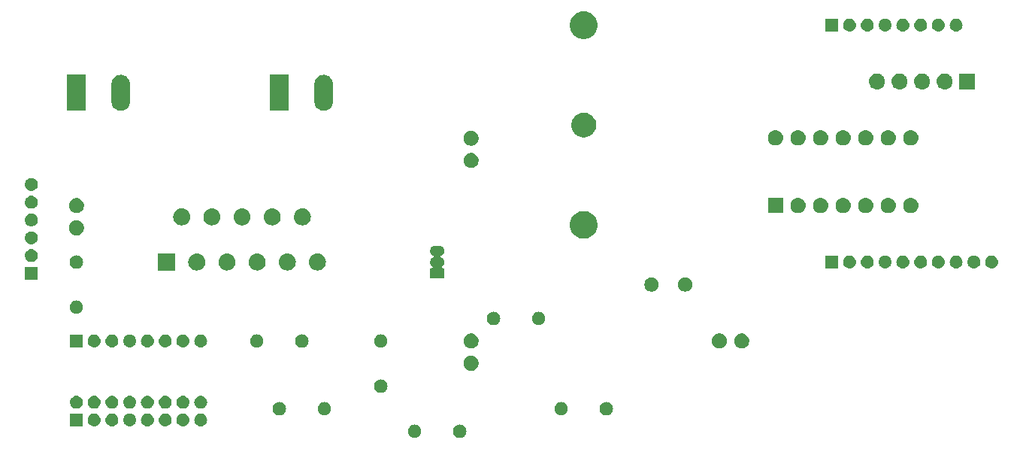
<source format=gbr>
G04 #@! TF.GenerationSoftware,KiCad,Pcbnew,5.0.2+dfsg1-1*
G04 #@! TF.CreationDate,2020-09-07T16:18:41-03:00*
G04 #@! TF.ProjectId,Quanser_Controller,5175616e-7365-4725-9f43-6f6e74726f6c,rev?*
G04 #@! TF.SameCoordinates,Original*
G04 #@! TF.FileFunction,Soldermask,Top*
G04 #@! TF.FilePolarity,Negative*
%FSLAX46Y46*%
G04 Gerber Fmt 4.6, Leading zero omitted, Abs format (unit mm)*
G04 Created by KiCad (PCBNEW 5.0.2+dfsg1-1) date seg 07 set 2020 16:18:41 -03*
%MOMM*%
%LPD*%
G01*
G04 APERTURE LIST*
%ADD10C,0.100000*%
G04 APERTURE END LIST*
D10*
G36*
X141043665Y-98312622D02*
X141117222Y-98319867D01*
X141258786Y-98362810D01*
X141389252Y-98432546D01*
X141503606Y-98526394D01*
X141597454Y-98640748D01*
X141667190Y-98771214D01*
X141710133Y-98912778D01*
X141724633Y-99060000D01*
X141710133Y-99207222D01*
X141667190Y-99348786D01*
X141597454Y-99479252D01*
X141503606Y-99593606D01*
X141389252Y-99687454D01*
X141258786Y-99757190D01*
X141117222Y-99800133D01*
X141043665Y-99807378D01*
X141006888Y-99811000D01*
X140933112Y-99811000D01*
X140896335Y-99807378D01*
X140822778Y-99800133D01*
X140681214Y-99757190D01*
X140550748Y-99687454D01*
X140436394Y-99593606D01*
X140342546Y-99479252D01*
X140272810Y-99348786D01*
X140229867Y-99207222D01*
X140215367Y-99060000D01*
X140229867Y-98912778D01*
X140272810Y-98771214D01*
X140342546Y-98640748D01*
X140436394Y-98526394D01*
X140550748Y-98432546D01*
X140681214Y-98362810D01*
X140822778Y-98319867D01*
X140896335Y-98312622D01*
X140933112Y-98309000D01*
X141006888Y-98309000D01*
X141043665Y-98312622D01*
X141043665Y-98312622D01*
G37*
G36*
X136018600Y-98319867D02*
X136109059Y-98337860D01*
X136245732Y-98394472D01*
X136367079Y-98475554D01*
X136368738Y-98476662D01*
X136473338Y-98581262D01*
X136473340Y-98581265D01*
X136555528Y-98704268D01*
X136612140Y-98840941D01*
X136641000Y-98986033D01*
X136641000Y-99133967D01*
X136612140Y-99279059D01*
X136555528Y-99415732D01*
X136474446Y-99537079D01*
X136473338Y-99538738D01*
X136368738Y-99643338D01*
X136368735Y-99643340D01*
X136245732Y-99725528D01*
X136109059Y-99782140D01*
X136022004Y-99799456D01*
X135963969Y-99811000D01*
X135816031Y-99811000D01*
X135757996Y-99799456D01*
X135670941Y-99782140D01*
X135534268Y-99725528D01*
X135411265Y-99643340D01*
X135411262Y-99643338D01*
X135306662Y-99538738D01*
X135305554Y-99537079D01*
X135224472Y-99415732D01*
X135167860Y-99279059D01*
X135139000Y-99133967D01*
X135139000Y-98986033D01*
X135167860Y-98840941D01*
X135224472Y-98704268D01*
X135306660Y-98581265D01*
X135306662Y-98581262D01*
X135411262Y-98476662D01*
X135412921Y-98475554D01*
X135534268Y-98394472D01*
X135670941Y-98337860D01*
X135761400Y-98319867D01*
X135816031Y-98309000D01*
X135963969Y-98309000D01*
X136018600Y-98319867D01*
X136018600Y-98319867D01*
G37*
G36*
X101846991Y-97066101D02*
X101932321Y-97074505D01*
X102069172Y-97116019D01*
X102069174Y-97116020D01*
X102069177Y-97116021D01*
X102195296Y-97183432D01*
X102305843Y-97274157D01*
X102396568Y-97384704D01*
X102463979Y-97510823D01*
X102463980Y-97510826D01*
X102463981Y-97510828D01*
X102505495Y-97647679D01*
X102519512Y-97790000D01*
X102505495Y-97932321D01*
X102463981Y-98069172D01*
X102463979Y-98069177D01*
X102396568Y-98195296D01*
X102305843Y-98305843D01*
X102195296Y-98396568D01*
X102069177Y-98463979D01*
X102069174Y-98463980D01*
X102069172Y-98463981D01*
X101932321Y-98505495D01*
X101846991Y-98513899D01*
X101825660Y-98516000D01*
X101754340Y-98516000D01*
X101733009Y-98513899D01*
X101647679Y-98505495D01*
X101510828Y-98463981D01*
X101510826Y-98463980D01*
X101510823Y-98463979D01*
X101384704Y-98396568D01*
X101274157Y-98305843D01*
X101183432Y-98195296D01*
X101116021Y-98069177D01*
X101116019Y-98069172D01*
X101074505Y-97932321D01*
X101060488Y-97790000D01*
X101074505Y-97647679D01*
X101116019Y-97510828D01*
X101116020Y-97510826D01*
X101116021Y-97510823D01*
X101183432Y-97384704D01*
X101274157Y-97274157D01*
X101384704Y-97183432D01*
X101510823Y-97116021D01*
X101510826Y-97116020D01*
X101510828Y-97116019D01*
X101647679Y-97074505D01*
X101733009Y-97066101D01*
X101754340Y-97064000D01*
X101825660Y-97064000D01*
X101846991Y-97066101D01*
X101846991Y-97066101D01*
G37*
G36*
X103846991Y-97066101D02*
X103932321Y-97074505D01*
X104069172Y-97116019D01*
X104069174Y-97116020D01*
X104069177Y-97116021D01*
X104195296Y-97183432D01*
X104305843Y-97274157D01*
X104396568Y-97384704D01*
X104463979Y-97510823D01*
X104463980Y-97510826D01*
X104463981Y-97510828D01*
X104505495Y-97647679D01*
X104519512Y-97790000D01*
X104505495Y-97932321D01*
X104463981Y-98069172D01*
X104463979Y-98069177D01*
X104396568Y-98195296D01*
X104305843Y-98305843D01*
X104195296Y-98396568D01*
X104069177Y-98463979D01*
X104069174Y-98463980D01*
X104069172Y-98463981D01*
X103932321Y-98505495D01*
X103846991Y-98513899D01*
X103825660Y-98516000D01*
X103754340Y-98516000D01*
X103733009Y-98513899D01*
X103647679Y-98505495D01*
X103510828Y-98463981D01*
X103510826Y-98463980D01*
X103510823Y-98463979D01*
X103384704Y-98396568D01*
X103274157Y-98305843D01*
X103183432Y-98195296D01*
X103116021Y-98069177D01*
X103116019Y-98069172D01*
X103074505Y-97932321D01*
X103060488Y-97790000D01*
X103074505Y-97647679D01*
X103116019Y-97510828D01*
X103116020Y-97510826D01*
X103116021Y-97510823D01*
X103183432Y-97384704D01*
X103274157Y-97274157D01*
X103384704Y-97183432D01*
X103510823Y-97116021D01*
X103510826Y-97116020D01*
X103510828Y-97116019D01*
X103647679Y-97074505D01*
X103733009Y-97066101D01*
X103754340Y-97064000D01*
X103825660Y-97064000D01*
X103846991Y-97066101D01*
X103846991Y-97066101D01*
G37*
G36*
X105846991Y-97066101D02*
X105932321Y-97074505D01*
X106069172Y-97116019D01*
X106069174Y-97116020D01*
X106069177Y-97116021D01*
X106195296Y-97183432D01*
X106305843Y-97274157D01*
X106396568Y-97384704D01*
X106463979Y-97510823D01*
X106463980Y-97510826D01*
X106463981Y-97510828D01*
X106505495Y-97647679D01*
X106519512Y-97790000D01*
X106505495Y-97932321D01*
X106463981Y-98069172D01*
X106463979Y-98069177D01*
X106396568Y-98195296D01*
X106305843Y-98305843D01*
X106195296Y-98396568D01*
X106069177Y-98463979D01*
X106069174Y-98463980D01*
X106069172Y-98463981D01*
X105932321Y-98505495D01*
X105846991Y-98513899D01*
X105825660Y-98516000D01*
X105754340Y-98516000D01*
X105733009Y-98513899D01*
X105647679Y-98505495D01*
X105510828Y-98463981D01*
X105510826Y-98463980D01*
X105510823Y-98463979D01*
X105384704Y-98396568D01*
X105274157Y-98305843D01*
X105183432Y-98195296D01*
X105116021Y-98069177D01*
X105116019Y-98069172D01*
X105074505Y-97932321D01*
X105060488Y-97790000D01*
X105074505Y-97647679D01*
X105116019Y-97510828D01*
X105116020Y-97510826D01*
X105116021Y-97510823D01*
X105183432Y-97384704D01*
X105274157Y-97274157D01*
X105384704Y-97183432D01*
X105510823Y-97116021D01*
X105510826Y-97116020D01*
X105510828Y-97116019D01*
X105647679Y-97074505D01*
X105733009Y-97066101D01*
X105754340Y-97064000D01*
X105825660Y-97064000D01*
X105846991Y-97066101D01*
X105846991Y-97066101D01*
G37*
G36*
X107846991Y-97066101D02*
X107932321Y-97074505D01*
X108069172Y-97116019D01*
X108069174Y-97116020D01*
X108069177Y-97116021D01*
X108195296Y-97183432D01*
X108305843Y-97274157D01*
X108396568Y-97384704D01*
X108463979Y-97510823D01*
X108463980Y-97510826D01*
X108463981Y-97510828D01*
X108505495Y-97647679D01*
X108519512Y-97790000D01*
X108505495Y-97932321D01*
X108463981Y-98069172D01*
X108463979Y-98069177D01*
X108396568Y-98195296D01*
X108305843Y-98305843D01*
X108195296Y-98396568D01*
X108069177Y-98463979D01*
X108069174Y-98463980D01*
X108069172Y-98463981D01*
X107932321Y-98505495D01*
X107846991Y-98513899D01*
X107825660Y-98516000D01*
X107754340Y-98516000D01*
X107733009Y-98513899D01*
X107647679Y-98505495D01*
X107510828Y-98463981D01*
X107510826Y-98463980D01*
X107510823Y-98463979D01*
X107384704Y-98396568D01*
X107274157Y-98305843D01*
X107183432Y-98195296D01*
X107116021Y-98069177D01*
X107116019Y-98069172D01*
X107074505Y-97932321D01*
X107060488Y-97790000D01*
X107074505Y-97647679D01*
X107116019Y-97510828D01*
X107116020Y-97510826D01*
X107116021Y-97510823D01*
X107183432Y-97384704D01*
X107274157Y-97274157D01*
X107384704Y-97183432D01*
X107510823Y-97116021D01*
X107510826Y-97116020D01*
X107510828Y-97116019D01*
X107647679Y-97074505D01*
X107733009Y-97066101D01*
X107754340Y-97064000D01*
X107825660Y-97064000D01*
X107846991Y-97066101D01*
X107846991Y-97066101D01*
G37*
G36*
X109846991Y-97066101D02*
X109932321Y-97074505D01*
X110069172Y-97116019D01*
X110069174Y-97116020D01*
X110069177Y-97116021D01*
X110195296Y-97183432D01*
X110305843Y-97274157D01*
X110396568Y-97384704D01*
X110463979Y-97510823D01*
X110463980Y-97510826D01*
X110463981Y-97510828D01*
X110505495Y-97647679D01*
X110519512Y-97790000D01*
X110505495Y-97932321D01*
X110463981Y-98069172D01*
X110463979Y-98069177D01*
X110396568Y-98195296D01*
X110305843Y-98305843D01*
X110195296Y-98396568D01*
X110069177Y-98463979D01*
X110069174Y-98463980D01*
X110069172Y-98463981D01*
X109932321Y-98505495D01*
X109846991Y-98513899D01*
X109825660Y-98516000D01*
X109754340Y-98516000D01*
X109733009Y-98513899D01*
X109647679Y-98505495D01*
X109510828Y-98463981D01*
X109510826Y-98463980D01*
X109510823Y-98463979D01*
X109384704Y-98396568D01*
X109274157Y-98305843D01*
X109183432Y-98195296D01*
X109116021Y-98069177D01*
X109116019Y-98069172D01*
X109074505Y-97932321D01*
X109060488Y-97790000D01*
X109074505Y-97647679D01*
X109116019Y-97510828D01*
X109116020Y-97510826D01*
X109116021Y-97510823D01*
X109183432Y-97384704D01*
X109274157Y-97274157D01*
X109384704Y-97183432D01*
X109510823Y-97116021D01*
X109510826Y-97116020D01*
X109510828Y-97116019D01*
X109647679Y-97074505D01*
X109733009Y-97066101D01*
X109754340Y-97064000D01*
X109825660Y-97064000D01*
X109846991Y-97066101D01*
X109846991Y-97066101D01*
G37*
G36*
X111846991Y-97066101D02*
X111932321Y-97074505D01*
X112069172Y-97116019D01*
X112069174Y-97116020D01*
X112069177Y-97116021D01*
X112195296Y-97183432D01*
X112305843Y-97274157D01*
X112396568Y-97384704D01*
X112463979Y-97510823D01*
X112463980Y-97510826D01*
X112463981Y-97510828D01*
X112505495Y-97647679D01*
X112519512Y-97790000D01*
X112505495Y-97932321D01*
X112463981Y-98069172D01*
X112463979Y-98069177D01*
X112396568Y-98195296D01*
X112305843Y-98305843D01*
X112195296Y-98396568D01*
X112069177Y-98463979D01*
X112069174Y-98463980D01*
X112069172Y-98463981D01*
X111932321Y-98505495D01*
X111846991Y-98513899D01*
X111825660Y-98516000D01*
X111754340Y-98516000D01*
X111733009Y-98513899D01*
X111647679Y-98505495D01*
X111510828Y-98463981D01*
X111510826Y-98463980D01*
X111510823Y-98463979D01*
X111384704Y-98396568D01*
X111274157Y-98305843D01*
X111183432Y-98195296D01*
X111116021Y-98069177D01*
X111116019Y-98069172D01*
X111074505Y-97932321D01*
X111060488Y-97790000D01*
X111074505Y-97647679D01*
X111116019Y-97510828D01*
X111116020Y-97510826D01*
X111116021Y-97510823D01*
X111183432Y-97384704D01*
X111274157Y-97274157D01*
X111384704Y-97183432D01*
X111510823Y-97116021D01*
X111510826Y-97116020D01*
X111510828Y-97116019D01*
X111647679Y-97074505D01*
X111733009Y-97066101D01*
X111754340Y-97064000D01*
X111825660Y-97064000D01*
X111846991Y-97066101D01*
X111846991Y-97066101D01*
G37*
G36*
X99846991Y-97066101D02*
X99932321Y-97074505D01*
X100069172Y-97116019D01*
X100069174Y-97116020D01*
X100069177Y-97116021D01*
X100195296Y-97183432D01*
X100305843Y-97274157D01*
X100396568Y-97384704D01*
X100463979Y-97510823D01*
X100463980Y-97510826D01*
X100463981Y-97510828D01*
X100505495Y-97647679D01*
X100519512Y-97790000D01*
X100505495Y-97932321D01*
X100463981Y-98069172D01*
X100463979Y-98069177D01*
X100396568Y-98195296D01*
X100305843Y-98305843D01*
X100195296Y-98396568D01*
X100069177Y-98463979D01*
X100069174Y-98463980D01*
X100069172Y-98463981D01*
X99932321Y-98505495D01*
X99846991Y-98513899D01*
X99825660Y-98516000D01*
X99754340Y-98516000D01*
X99733009Y-98513899D01*
X99647679Y-98505495D01*
X99510828Y-98463981D01*
X99510826Y-98463980D01*
X99510823Y-98463979D01*
X99384704Y-98396568D01*
X99274157Y-98305843D01*
X99183432Y-98195296D01*
X99116021Y-98069177D01*
X99116019Y-98069172D01*
X99074505Y-97932321D01*
X99060488Y-97790000D01*
X99074505Y-97647679D01*
X99116019Y-97510828D01*
X99116020Y-97510826D01*
X99116021Y-97510823D01*
X99183432Y-97384704D01*
X99274157Y-97274157D01*
X99384704Y-97183432D01*
X99510823Y-97116021D01*
X99510826Y-97116020D01*
X99510828Y-97116019D01*
X99647679Y-97074505D01*
X99733009Y-97066101D01*
X99754340Y-97064000D01*
X99825660Y-97064000D01*
X99846991Y-97066101D01*
X99846991Y-97066101D01*
G37*
G36*
X98516000Y-98516000D02*
X97064000Y-98516000D01*
X97064000Y-97064000D01*
X98516000Y-97064000D01*
X98516000Y-98516000D01*
X98516000Y-98516000D01*
G37*
G36*
X120723665Y-95772622D02*
X120797222Y-95779867D01*
X120938786Y-95822810D01*
X121069252Y-95892546D01*
X121183606Y-95986394D01*
X121277454Y-96100748D01*
X121347190Y-96231214D01*
X121390133Y-96372778D01*
X121404633Y-96520000D01*
X121390133Y-96667222D01*
X121347190Y-96808786D01*
X121277454Y-96939252D01*
X121183606Y-97053606D01*
X121069252Y-97147454D01*
X120938786Y-97217190D01*
X120797222Y-97260133D01*
X120723665Y-97267378D01*
X120686888Y-97271000D01*
X120613112Y-97271000D01*
X120576335Y-97267378D01*
X120502778Y-97260133D01*
X120361214Y-97217190D01*
X120230748Y-97147454D01*
X120116394Y-97053606D01*
X120022546Y-96939252D01*
X119952810Y-96808786D01*
X119909867Y-96667222D01*
X119895367Y-96520000D01*
X119909867Y-96372778D01*
X119952810Y-96231214D01*
X120022546Y-96100748D01*
X120116394Y-95986394D01*
X120230748Y-95892546D01*
X120361214Y-95822810D01*
X120502778Y-95779867D01*
X120576335Y-95772622D01*
X120613112Y-95769000D01*
X120686888Y-95769000D01*
X120723665Y-95772622D01*
X120723665Y-95772622D01*
G37*
G36*
X125858600Y-95779867D02*
X125949059Y-95797860D01*
X126085732Y-95854472D01*
X126142715Y-95892547D01*
X126208738Y-95936662D01*
X126313338Y-96041262D01*
X126313340Y-96041265D01*
X126395528Y-96164268D01*
X126452140Y-96300941D01*
X126481000Y-96446033D01*
X126481000Y-96593967D01*
X126452140Y-96739059D01*
X126395528Y-96875732D01*
X126314446Y-96997079D01*
X126313338Y-96998738D01*
X126208738Y-97103338D01*
X126208735Y-97103340D01*
X126085732Y-97185528D01*
X125949059Y-97242140D01*
X125862004Y-97259456D01*
X125803969Y-97271000D01*
X125656031Y-97271000D01*
X125597996Y-97259456D01*
X125510941Y-97242140D01*
X125374268Y-97185528D01*
X125251265Y-97103340D01*
X125251262Y-97103338D01*
X125146662Y-96998738D01*
X125145554Y-96997079D01*
X125064472Y-96875732D01*
X125007860Y-96739059D01*
X124979000Y-96593967D01*
X124979000Y-96446033D01*
X125007860Y-96300941D01*
X125064472Y-96164268D01*
X125146660Y-96041265D01*
X125146662Y-96041262D01*
X125251262Y-95936662D01*
X125317285Y-95892547D01*
X125374268Y-95854472D01*
X125510941Y-95797860D01*
X125601400Y-95779867D01*
X125656031Y-95769000D01*
X125803969Y-95769000D01*
X125858600Y-95779867D01*
X125858600Y-95779867D01*
G37*
G36*
X157553665Y-95772622D02*
X157627222Y-95779867D01*
X157768786Y-95822810D01*
X157899252Y-95892546D01*
X158013606Y-95986394D01*
X158107454Y-96100748D01*
X158177190Y-96231214D01*
X158220133Y-96372778D01*
X158234633Y-96520000D01*
X158220133Y-96667222D01*
X158177190Y-96808786D01*
X158107454Y-96939252D01*
X158013606Y-97053606D01*
X157899252Y-97147454D01*
X157768786Y-97217190D01*
X157627222Y-97260133D01*
X157553665Y-97267378D01*
X157516888Y-97271000D01*
X157443112Y-97271000D01*
X157406335Y-97267378D01*
X157332778Y-97260133D01*
X157191214Y-97217190D01*
X157060748Y-97147454D01*
X156946394Y-97053606D01*
X156852546Y-96939252D01*
X156782810Y-96808786D01*
X156739867Y-96667222D01*
X156725367Y-96520000D01*
X156739867Y-96372778D01*
X156782810Y-96231214D01*
X156852546Y-96100748D01*
X156946394Y-95986394D01*
X157060748Y-95892546D01*
X157191214Y-95822810D01*
X157332778Y-95779867D01*
X157406335Y-95772622D01*
X157443112Y-95769000D01*
X157516888Y-95769000D01*
X157553665Y-95772622D01*
X157553665Y-95772622D01*
G37*
G36*
X152528600Y-95779867D02*
X152619059Y-95797860D01*
X152755732Y-95854472D01*
X152812715Y-95892547D01*
X152878738Y-95936662D01*
X152983338Y-96041262D01*
X152983340Y-96041265D01*
X153065528Y-96164268D01*
X153122140Y-96300941D01*
X153151000Y-96446033D01*
X153151000Y-96593967D01*
X153122140Y-96739059D01*
X153065528Y-96875732D01*
X152984446Y-96997079D01*
X152983338Y-96998738D01*
X152878738Y-97103338D01*
X152878735Y-97103340D01*
X152755732Y-97185528D01*
X152619059Y-97242140D01*
X152532004Y-97259456D01*
X152473969Y-97271000D01*
X152326031Y-97271000D01*
X152267996Y-97259456D01*
X152180941Y-97242140D01*
X152044268Y-97185528D01*
X151921265Y-97103340D01*
X151921262Y-97103338D01*
X151816662Y-96998738D01*
X151815554Y-96997079D01*
X151734472Y-96875732D01*
X151677860Y-96739059D01*
X151649000Y-96593967D01*
X151649000Y-96446033D01*
X151677860Y-96300941D01*
X151734472Y-96164268D01*
X151816660Y-96041265D01*
X151816662Y-96041262D01*
X151921262Y-95936662D01*
X151987285Y-95892547D01*
X152044268Y-95854472D01*
X152180941Y-95797860D01*
X152271400Y-95779867D01*
X152326031Y-95769000D01*
X152473969Y-95769000D01*
X152528600Y-95779867D01*
X152528600Y-95779867D01*
G37*
G36*
X109846991Y-95066101D02*
X109932321Y-95074505D01*
X110069172Y-95116019D01*
X110069174Y-95116020D01*
X110069177Y-95116021D01*
X110195296Y-95183432D01*
X110305843Y-95274157D01*
X110396568Y-95384704D01*
X110463979Y-95510823D01*
X110463980Y-95510826D01*
X110463981Y-95510828D01*
X110505495Y-95647679D01*
X110519512Y-95790000D01*
X110505495Y-95932321D01*
X110463981Y-96069172D01*
X110463979Y-96069177D01*
X110396568Y-96195296D01*
X110305843Y-96305843D01*
X110195296Y-96396568D01*
X110069177Y-96463979D01*
X110069174Y-96463980D01*
X110069172Y-96463981D01*
X109932321Y-96505495D01*
X109846991Y-96513899D01*
X109825660Y-96516000D01*
X109754340Y-96516000D01*
X109733009Y-96513899D01*
X109647679Y-96505495D01*
X109510828Y-96463981D01*
X109510826Y-96463980D01*
X109510823Y-96463979D01*
X109384704Y-96396568D01*
X109274157Y-96305843D01*
X109183432Y-96195296D01*
X109116021Y-96069177D01*
X109116019Y-96069172D01*
X109074505Y-95932321D01*
X109060488Y-95790000D01*
X109074505Y-95647679D01*
X109116019Y-95510828D01*
X109116020Y-95510826D01*
X109116021Y-95510823D01*
X109183432Y-95384704D01*
X109274157Y-95274157D01*
X109384704Y-95183432D01*
X109510823Y-95116021D01*
X109510826Y-95116020D01*
X109510828Y-95116019D01*
X109647679Y-95074505D01*
X109733009Y-95066101D01*
X109754340Y-95064000D01*
X109825660Y-95064000D01*
X109846991Y-95066101D01*
X109846991Y-95066101D01*
G37*
G36*
X97846991Y-95066101D02*
X97932321Y-95074505D01*
X98069172Y-95116019D01*
X98069174Y-95116020D01*
X98069177Y-95116021D01*
X98195296Y-95183432D01*
X98305843Y-95274157D01*
X98396568Y-95384704D01*
X98463979Y-95510823D01*
X98463980Y-95510826D01*
X98463981Y-95510828D01*
X98505495Y-95647679D01*
X98519512Y-95790000D01*
X98505495Y-95932321D01*
X98463981Y-96069172D01*
X98463979Y-96069177D01*
X98396568Y-96195296D01*
X98305843Y-96305843D01*
X98195296Y-96396568D01*
X98069177Y-96463979D01*
X98069174Y-96463980D01*
X98069172Y-96463981D01*
X97932321Y-96505495D01*
X97846991Y-96513899D01*
X97825660Y-96516000D01*
X97754340Y-96516000D01*
X97733009Y-96513899D01*
X97647679Y-96505495D01*
X97510828Y-96463981D01*
X97510826Y-96463980D01*
X97510823Y-96463979D01*
X97384704Y-96396568D01*
X97274157Y-96305843D01*
X97183432Y-96195296D01*
X97116021Y-96069177D01*
X97116019Y-96069172D01*
X97074505Y-95932321D01*
X97060488Y-95790000D01*
X97074505Y-95647679D01*
X97116019Y-95510828D01*
X97116020Y-95510826D01*
X97116021Y-95510823D01*
X97183432Y-95384704D01*
X97274157Y-95274157D01*
X97384704Y-95183432D01*
X97510823Y-95116021D01*
X97510826Y-95116020D01*
X97510828Y-95116019D01*
X97647679Y-95074505D01*
X97733009Y-95066101D01*
X97754340Y-95064000D01*
X97825660Y-95064000D01*
X97846991Y-95066101D01*
X97846991Y-95066101D01*
G37*
G36*
X99846991Y-95066101D02*
X99932321Y-95074505D01*
X100069172Y-95116019D01*
X100069174Y-95116020D01*
X100069177Y-95116021D01*
X100195296Y-95183432D01*
X100305843Y-95274157D01*
X100396568Y-95384704D01*
X100463979Y-95510823D01*
X100463980Y-95510826D01*
X100463981Y-95510828D01*
X100505495Y-95647679D01*
X100519512Y-95790000D01*
X100505495Y-95932321D01*
X100463981Y-96069172D01*
X100463979Y-96069177D01*
X100396568Y-96195296D01*
X100305843Y-96305843D01*
X100195296Y-96396568D01*
X100069177Y-96463979D01*
X100069174Y-96463980D01*
X100069172Y-96463981D01*
X99932321Y-96505495D01*
X99846991Y-96513899D01*
X99825660Y-96516000D01*
X99754340Y-96516000D01*
X99733009Y-96513899D01*
X99647679Y-96505495D01*
X99510828Y-96463981D01*
X99510826Y-96463980D01*
X99510823Y-96463979D01*
X99384704Y-96396568D01*
X99274157Y-96305843D01*
X99183432Y-96195296D01*
X99116021Y-96069177D01*
X99116019Y-96069172D01*
X99074505Y-95932321D01*
X99060488Y-95790000D01*
X99074505Y-95647679D01*
X99116019Y-95510828D01*
X99116020Y-95510826D01*
X99116021Y-95510823D01*
X99183432Y-95384704D01*
X99274157Y-95274157D01*
X99384704Y-95183432D01*
X99510823Y-95116021D01*
X99510826Y-95116020D01*
X99510828Y-95116019D01*
X99647679Y-95074505D01*
X99733009Y-95066101D01*
X99754340Y-95064000D01*
X99825660Y-95064000D01*
X99846991Y-95066101D01*
X99846991Y-95066101D01*
G37*
G36*
X101846991Y-95066101D02*
X101932321Y-95074505D01*
X102069172Y-95116019D01*
X102069174Y-95116020D01*
X102069177Y-95116021D01*
X102195296Y-95183432D01*
X102305843Y-95274157D01*
X102396568Y-95384704D01*
X102463979Y-95510823D01*
X102463980Y-95510826D01*
X102463981Y-95510828D01*
X102505495Y-95647679D01*
X102519512Y-95790000D01*
X102505495Y-95932321D01*
X102463981Y-96069172D01*
X102463979Y-96069177D01*
X102396568Y-96195296D01*
X102305843Y-96305843D01*
X102195296Y-96396568D01*
X102069177Y-96463979D01*
X102069174Y-96463980D01*
X102069172Y-96463981D01*
X101932321Y-96505495D01*
X101846991Y-96513899D01*
X101825660Y-96516000D01*
X101754340Y-96516000D01*
X101733009Y-96513899D01*
X101647679Y-96505495D01*
X101510828Y-96463981D01*
X101510826Y-96463980D01*
X101510823Y-96463979D01*
X101384704Y-96396568D01*
X101274157Y-96305843D01*
X101183432Y-96195296D01*
X101116021Y-96069177D01*
X101116019Y-96069172D01*
X101074505Y-95932321D01*
X101060488Y-95790000D01*
X101074505Y-95647679D01*
X101116019Y-95510828D01*
X101116020Y-95510826D01*
X101116021Y-95510823D01*
X101183432Y-95384704D01*
X101274157Y-95274157D01*
X101384704Y-95183432D01*
X101510823Y-95116021D01*
X101510826Y-95116020D01*
X101510828Y-95116019D01*
X101647679Y-95074505D01*
X101733009Y-95066101D01*
X101754340Y-95064000D01*
X101825660Y-95064000D01*
X101846991Y-95066101D01*
X101846991Y-95066101D01*
G37*
G36*
X103846991Y-95066101D02*
X103932321Y-95074505D01*
X104069172Y-95116019D01*
X104069174Y-95116020D01*
X104069177Y-95116021D01*
X104195296Y-95183432D01*
X104305843Y-95274157D01*
X104396568Y-95384704D01*
X104463979Y-95510823D01*
X104463980Y-95510826D01*
X104463981Y-95510828D01*
X104505495Y-95647679D01*
X104519512Y-95790000D01*
X104505495Y-95932321D01*
X104463981Y-96069172D01*
X104463979Y-96069177D01*
X104396568Y-96195296D01*
X104305843Y-96305843D01*
X104195296Y-96396568D01*
X104069177Y-96463979D01*
X104069174Y-96463980D01*
X104069172Y-96463981D01*
X103932321Y-96505495D01*
X103846991Y-96513899D01*
X103825660Y-96516000D01*
X103754340Y-96516000D01*
X103733009Y-96513899D01*
X103647679Y-96505495D01*
X103510828Y-96463981D01*
X103510826Y-96463980D01*
X103510823Y-96463979D01*
X103384704Y-96396568D01*
X103274157Y-96305843D01*
X103183432Y-96195296D01*
X103116021Y-96069177D01*
X103116019Y-96069172D01*
X103074505Y-95932321D01*
X103060488Y-95790000D01*
X103074505Y-95647679D01*
X103116019Y-95510828D01*
X103116020Y-95510826D01*
X103116021Y-95510823D01*
X103183432Y-95384704D01*
X103274157Y-95274157D01*
X103384704Y-95183432D01*
X103510823Y-95116021D01*
X103510826Y-95116020D01*
X103510828Y-95116019D01*
X103647679Y-95074505D01*
X103733009Y-95066101D01*
X103754340Y-95064000D01*
X103825660Y-95064000D01*
X103846991Y-95066101D01*
X103846991Y-95066101D01*
G37*
G36*
X105846991Y-95066101D02*
X105932321Y-95074505D01*
X106069172Y-95116019D01*
X106069174Y-95116020D01*
X106069177Y-95116021D01*
X106195296Y-95183432D01*
X106305843Y-95274157D01*
X106396568Y-95384704D01*
X106463979Y-95510823D01*
X106463980Y-95510826D01*
X106463981Y-95510828D01*
X106505495Y-95647679D01*
X106519512Y-95790000D01*
X106505495Y-95932321D01*
X106463981Y-96069172D01*
X106463979Y-96069177D01*
X106396568Y-96195296D01*
X106305843Y-96305843D01*
X106195296Y-96396568D01*
X106069177Y-96463979D01*
X106069174Y-96463980D01*
X106069172Y-96463981D01*
X105932321Y-96505495D01*
X105846991Y-96513899D01*
X105825660Y-96516000D01*
X105754340Y-96516000D01*
X105733009Y-96513899D01*
X105647679Y-96505495D01*
X105510828Y-96463981D01*
X105510826Y-96463980D01*
X105510823Y-96463979D01*
X105384704Y-96396568D01*
X105274157Y-96305843D01*
X105183432Y-96195296D01*
X105116021Y-96069177D01*
X105116019Y-96069172D01*
X105074505Y-95932321D01*
X105060488Y-95790000D01*
X105074505Y-95647679D01*
X105116019Y-95510828D01*
X105116020Y-95510826D01*
X105116021Y-95510823D01*
X105183432Y-95384704D01*
X105274157Y-95274157D01*
X105384704Y-95183432D01*
X105510823Y-95116021D01*
X105510826Y-95116020D01*
X105510828Y-95116019D01*
X105647679Y-95074505D01*
X105733009Y-95066101D01*
X105754340Y-95064000D01*
X105825660Y-95064000D01*
X105846991Y-95066101D01*
X105846991Y-95066101D01*
G37*
G36*
X111846991Y-95066101D02*
X111932321Y-95074505D01*
X112069172Y-95116019D01*
X112069174Y-95116020D01*
X112069177Y-95116021D01*
X112195296Y-95183432D01*
X112305843Y-95274157D01*
X112396568Y-95384704D01*
X112463979Y-95510823D01*
X112463980Y-95510826D01*
X112463981Y-95510828D01*
X112505495Y-95647679D01*
X112519512Y-95790000D01*
X112505495Y-95932321D01*
X112463981Y-96069172D01*
X112463979Y-96069177D01*
X112396568Y-96195296D01*
X112305843Y-96305843D01*
X112195296Y-96396568D01*
X112069177Y-96463979D01*
X112069174Y-96463980D01*
X112069172Y-96463981D01*
X111932321Y-96505495D01*
X111846991Y-96513899D01*
X111825660Y-96516000D01*
X111754340Y-96516000D01*
X111733009Y-96513899D01*
X111647679Y-96505495D01*
X111510828Y-96463981D01*
X111510826Y-96463980D01*
X111510823Y-96463979D01*
X111384704Y-96396568D01*
X111274157Y-96305843D01*
X111183432Y-96195296D01*
X111116021Y-96069177D01*
X111116019Y-96069172D01*
X111074505Y-95932321D01*
X111060488Y-95790000D01*
X111074505Y-95647679D01*
X111116019Y-95510828D01*
X111116020Y-95510826D01*
X111116021Y-95510823D01*
X111183432Y-95384704D01*
X111274157Y-95274157D01*
X111384704Y-95183432D01*
X111510823Y-95116021D01*
X111510826Y-95116020D01*
X111510828Y-95116019D01*
X111647679Y-95074505D01*
X111733009Y-95066101D01*
X111754340Y-95064000D01*
X111825660Y-95064000D01*
X111846991Y-95066101D01*
X111846991Y-95066101D01*
G37*
G36*
X107846991Y-95066101D02*
X107932321Y-95074505D01*
X108069172Y-95116019D01*
X108069174Y-95116020D01*
X108069177Y-95116021D01*
X108195296Y-95183432D01*
X108305843Y-95274157D01*
X108396568Y-95384704D01*
X108463979Y-95510823D01*
X108463980Y-95510826D01*
X108463981Y-95510828D01*
X108505495Y-95647679D01*
X108519512Y-95790000D01*
X108505495Y-95932321D01*
X108463981Y-96069172D01*
X108463979Y-96069177D01*
X108396568Y-96195296D01*
X108305843Y-96305843D01*
X108195296Y-96396568D01*
X108069177Y-96463979D01*
X108069174Y-96463980D01*
X108069172Y-96463981D01*
X107932321Y-96505495D01*
X107846991Y-96513899D01*
X107825660Y-96516000D01*
X107754340Y-96516000D01*
X107733009Y-96513899D01*
X107647679Y-96505495D01*
X107510828Y-96463981D01*
X107510826Y-96463980D01*
X107510823Y-96463979D01*
X107384704Y-96396568D01*
X107274157Y-96305843D01*
X107183432Y-96195296D01*
X107116021Y-96069177D01*
X107116019Y-96069172D01*
X107074505Y-95932321D01*
X107060488Y-95790000D01*
X107074505Y-95647679D01*
X107116019Y-95510828D01*
X107116020Y-95510826D01*
X107116021Y-95510823D01*
X107183432Y-95384704D01*
X107274157Y-95274157D01*
X107384704Y-95183432D01*
X107510823Y-95116021D01*
X107510826Y-95116020D01*
X107510828Y-95116019D01*
X107647679Y-95074505D01*
X107733009Y-95066101D01*
X107754340Y-95064000D01*
X107825660Y-95064000D01*
X107846991Y-95066101D01*
X107846991Y-95066101D01*
G37*
G36*
X132153665Y-93232622D02*
X132227222Y-93239867D01*
X132368786Y-93282810D01*
X132499252Y-93352546D01*
X132613606Y-93446394D01*
X132707454Y-93560748D01*
X132777190Y-93691214D01*
X132820133Y-93832778D01*
X132834633Y-93980000D01*
X132820133Y-94127222D01*
X132777190Y-94268786D01*
X132707454Y-94399252D01*
X132613606Y-94513606D01*
X132499252Y-94607454D01*
X132368786Y-94677190D01*
X132227222Y-94720133D01*
X132153665Y-94727378D01*
X132116888Y-94731000D01*
X132043112Y-94731000D01*
X132006335Y-94727378D01*
X131932778Y-94720133D01*
X131791214Y-94677190D01*
X131660748Y-94607454D01*
X131546394Y-94513606D01*
X131452546Y-94399252D01*
X131382810Y-94268786D01*
X131339867Y-94127222D01*
X131325367Y-93980000D01*
X131339867Y-93832778D01*
X131382810Y-93691214D01*
X131452546Y-93560748D01*
X131546394Y-93446394D01*
X131660748Y-93352546D01*
X131791214Y-93282810D01*
X131932778Y-93239867D01*
X132006335Y-93232622D01*
X132043112Y-93229000D01*
X132116888Y-93229000D01*
X132153665Y-93232622D01*
X132153665Y-93232622D01*
G37*
G36*
X142488228Y-90581703D02*
X142643100Y-90645853D01*
X142782481Y-90738985D01*
X142901015Y-90857519D01*
X142994147Y-90996900D01*
X143058297Y-91151772D01*
X143091000Y-91316184D01*
X143091000Y-91483816D01*
X143058297Y-91648228D01*
X142994147Y-91803100D01*
X142901015Y-91942481D01*
X142782481Y-92061015D01*
X142643100Y-92154147D01*
X142488228Y-92218297D01*
X142323816Y-92251000D01*
X142156184Y-92251000D01*
X141991772Y-92218297D01*
X141836900Y-92154147D01*
X141697519Y-92061015D01*
X141578985Y-91942481D01*
X141485853Y-91803100D01*
X141421703Y-91648228D01*
X141389000Y-91483816D01*
X141389000Y-91316184D01*
X141421703Y-91151772D01*
X141485853Y-90996900D01*
X141578985Y-90857519D01*
X141697519Y-90738985D01*
X141836900Y-90645853D01*
X141991772Y-90581703D01*
X142156184Y-90549000D01*
X142323816Y-90549000D01*
X142488228Y-90581703D01*
X142488228Y-90581703D01*
G37*
G36*
X172968228Y-88081703D02*
X173123100Y-88145853D01*
X173262481Y-88238985D01*
X173381015Y-88357519D01*
X173474147Y-88496900D01*
X173538297Y-88651772D01*
X173571000Y-88816184D01*
X173571000Y-88983816D01*
X173538297Y-89148228D01*
X173474147Y-89303100D01*
X173381015Y-89442481D01*
X173262481Y-89561015D01*
X173123100Y-89654147D01*
X172968228Y-89718297D01*
X172803816Y-89751000D01*
X172636184Y-89751000D01*
X172471772Y-89718297D01*
X172316900Y-89654147D01*
X172177519Y-89561015D01*
X172058985Y-89442481D01*
X171965853Y-89303100D01*
X171901703Y-89148228D01*
X171869000Y-88983816D01*
X171869000Y-88816184D01*
X171901703Y-88651772D01*
X171965853Y-88496900D01*
X172058985Y-88357519D01*
X172177519Y-88238985D01*
X172316900Y-88145853D01*
X172471772Y-88081703D01*
X172636184Y-88049000D01*
X172803816Y-88049000D01*
X172968228Y-88081703D01*
X172968228Y-88081703D01*
G37*
G36*
X170468228Y-88081703D02*
X170623100Y-88145853D01*
X170762481Y-88238985D01*
X170881015Y-88357519D01*
X170974147Y-88496900D01*
X171038297Y-88651772D01*
X171071000Y-88816184D01*
X171071000Y-88983816D01*
X171038297Y-89148228D01*
X170974147Y-89303100D01*
X170881015Y-89442481D01*
X170762481Y-89561015D01*
X170623100Y-89654147D01*
X170468228Y-89718297D01*
X170303816Y-89751000D01*
X170136184Y-89751000D01*
X169971772Y-89718297D01*
X169816900Y-89654147D01*
X169677519Y-89561015D01*
X169558985Y-89442481D01*
X169465853Y-89303100D01*
X169401703Y-89148228D01*
X169369000Y-88983816D01*
X169369000Y-88816184D01*
X169401703Y-88651772D01*
X169465853Y-88496900D01*
X169558985Y-88357519D01*
X169677519Y-88238985D01*
X169816900Y-88145853D01*
X169971772Y-88081703D01*
X170136184Y-88049000D01*
X170303816Y-88049000D01*
X170468228Y-88081703D01*
X170468228Y-88081703D01*
G37*
G36*
X142488228Y-88081703D02*
X142643100Y-88145853D01*
X142782481Y-88238985D01*
X142901015Y-88357519D01*
X142994147Y-88496900D01*
X143058297Y-88651772D01*
X143091000Y-88816184D01*
X143091000Y-88983816D01*
X143058297Y-89148228D01*
X142994147Y-89303100D01*
X142901015Y-89442481D01*
X142782481Y-89561015D01*
X142643100Y-89654147D01*
X142488228Y-89718297D01*
X142323816Y-89751000D01*
X142156184Y-89751000D01*
X141991772Y-89718297D01*
X141836900Y-89654147D01*
X141697519Y-89561015D01*
X141578985Y-89442481D01*
X141485853Y-89303100D01*
X141421703Y-89148228D01*
X141389000Y-88983816D01*
X141389000Y-88816184D01*
X141421703Y-88651772D01*
X141485853Y-88496900D01*
X141578985Y-88357519D01*
X141697519Y-88238985D01*
X141836900Y-88145853D01*
X141991772Y-88081703D01*
X142156184Y-88049000D01*
X142323816Y-88049000D01*
X142488228Y-88081703D01*
X142488228Y-88081703D01*
G37*
G36*
X123263665Y-88152622D02*
X123337222Y-88159867D01*
X123478786Y-88202810D01*
X123609252Y-88272546D01*
X123723606Y-88366394D01*
X123817454Y-88480748D01*
X123887190Y-88611214D01*
X123930133Y-88752778D01*
X123944633Y-88900000D01*
X123930133Y-89047222D01*
X123887190Y-89188786D01*
X123817454Y-89319252D01*
X123723606Y-89433606D01*
X123609252Y-89527454D01*
X123478786Y-89597190D01*
X123337222Y-89640133D01*
X123263665Y-89647378D01*
X123226888Y-89651000D01*
X123153112Y-89651000D01*
X123116335Y-89647378D01*
X123042778Y-89640133D01*
X122901214Y-89597190D01*
X122770748Y-89527454D01*
X122656394Y-89433606D01*
X122562546Y-89319252D01*
X122492810Y-89188786D01*
X122449867Y-89047222D01*
X122435367Y-88900000D01*
X122449867Y-88752778D01*
X122492810Y-88611214D01*
X122562546Y-88480748D01*
X122656394Y-88366394D01*
X122770748Y-88272546D01*
X122901214Y-88202810D01*
X123042778Y-88159867D01*
X123116335Y-88152622D01*
X123153112Y-88149000D01*
X123226888Y-88149000D01*
X123263665Y-88152622D01*
X123263665Y-88152622D01*
G37*
G36*
X118238600Y-88159867D02*
X118329059Y-88177860D01*
X118465732Y-88234472D01*
X118522715Y-88272547D01*
X118588738Y-88316662D01*
X118693338Y-88421262D01*
X118693340Y-88421265D01*
X118775528Y-88544268D01*
X118832140Y-88680941D01*
X118861000Y-88826033D01*
X118861000Y-88973967D01*
X118832140Y-89119059D01*
X118775528Y-89255732D01*
X118694446Y-89377079D01*
X118693338Y-89378738D01*
X118588738Y-89483338D01*
X118588735Y-89483340D01*
X118465732Y-89565528D01*
X118329059Y-89622140D01*
X118242004Y-89639456D01*
X118183969Y-89651000D01*
X118036031Y-89651000D01*
X117977996Y-89639456D01*
X117890941Y-89622140D01*
X117754268Y-89565528D01*
X117631265Y-89483340D01*
X117631262Y-89483338D01*
X117526662Y-89378738D01*
X117525554Y-89377079D01*
X117444472Y-89255732D01*
X117387860Y-89119059D01*
X117359000Y-88973967D01*
X117359000Y-88826033D01*
X117387860Y-88680941D01*
X117444472Y-88544268D01*
X117526660Y-88421265D01*
X117526662Y-88421262D01*
X117631262Y-88316662D01*
X117697285Y-88272547D01*
X117754268Y-88234472D01*
X117890941Y-88177860D01*
X117981400Y-88159867D01*
X118036031Y-88149000D01*
X118183969Y-88149000D01*
X118238600Y-88159867D01*
X118238600Y-88159867D01*
G37*
G36*
X132208600Y-88159867D02*
X132299059Y-88177860D01*
X132435732Y-88234472D01*
X132492715Y-88272547D01*
X132558738Y-88316662D01*
X132663338Y-88421262D01*
X132663340Y-88421265D01*
X132745528Y-88544268D01*
X132802140Y-88680941D01*
X132831000Y-88826033D01*
X132831000Y-88973967D01*
X132802140Y-89119059D01*
X132745528Y-89255732D01*
X132664446Y-89377079D01*
X132663338Y-89378738D01*
X132558738Y-89483338D01*
X132558735Y-89483340D01*
X132435732Y-89565528D01*
X132299059Y-89622140D01*
X132212004Y-89639456D01*
X132153969Y-89651000D01*
X132006031Y-89651000D01*
X131947996Y-89639456D01*
X131860941Y-89622140D01*
X131724268Y-89565528D01*
X131601265Y-89483340D01*
X131601262Y-89483338D01*
X131496662Y-89378738D01*
X131495554Y-89377079D01*
X131414472Y-89255732D01*
X131357860Y-89119059D01*
X131329000Y-88973967D01*
X131329000Y-88826033D01*
X131357860Y-88680941D01*
X131414472Y-88544268D01*
X131496660Y-88421265D01*
X131496662Y-88421262D01*
X131601262Y-88316662D01*
X131667285Y-88272547D01*
X131724268Y-88234472D01*
X131860941Y-88177860D01*
X131951400Y-88159867D01*
X132006031Y-88149000D01*
X132153969Y-88149000D01*
X132208600Y-88159867D01*
X132208600Y-88159867D01*
G37*
G36*
X99846991Y-88176101D02*
X99932321Y-88184505D01*
X100069172Y-88226019D01*
X100069174Y-88226020D01*
X100069177Y-88226021D01*
X100195296Y-88293432D01*
X100305843Y-88384157D01*
X100396568Y-88494704D01*
X100463979Y-88620823D01*
X100463980Y-88620826D01*
X100463981Y-88620828D01*
X100505495Y-88757679D01*
X100519512Y-88900000D01*
X100505495Y-89042321D01*
X100463981Y-89179172D01*
X100463979Y-89179177D01*
X100396568Y-89305296D01*
X100305843Y-89415843D01*
X100195296Y-89506568D01*
X100069177Y-89573979D01*
X100069174Y-89573980D01*
X100069172Y-89573981D01*
X99932321Y-89615495D01*
X99846991Y-89623899D01*
X99825660Y-89626000D01*
X99754340Y-89626000D01*
X99733009Y-89623899D01*
X99647679Y-89615495D01*
X99510828Y-89573981D01*
X99510826Y-89573980D01*
X99510823Y-89573979D01*
X99384704Y-89506568D01*
X99274157Y-89415843D01*
X99183432Y-89305296D01*
X99116021Y-89179177D01*
X99116019Y-89179172D01*
X99074505Y-89042321D01*
X99060488Y-88900000D01*
X99074505Y-88757679D01*
X99116019Y-88620828D01*
X99116020Y-88620826D01*
X99116021Y-88620823D01*
X99183432Y-88494704D01*
X99274157Y-88384157D01*
X99384704Y-88293432D01*
X99510823Y-88226021D01*
X99510826Y-88226020D01*
X99510828Y-88226019D01*
X99647679Y-88184505D01*
X99733009Y-88176101D01*
X99754340Y-88174000D01*
X99825660Y-88174000D01*
X99846991Y-88176101D01*
X99846991Y-88176101D01*
G37*
G36*
X98516000Y-89626000D02*
X97064000Y-89626000D01*
X97064000Y-88174000D01*
X98516000Y-88174000D01*
X98516000Y-89626000D01*
X98516000Y-89626000D01*
G37*
G36*
X101846991Y-88176101D02*
X101932321Y-88184505D01*
X102069172Y-88226019D01*
X102069174Y-88226020D01*
X102069177Y-88226021D01*
X102195296Y-88293432D01*
X102305843Y-88384157D01*
X102396568Y-88494704D01*
X102463979Y-88620823D01*
X102463980Y-88620826D01*
X102463981Y-88620828D01*
X102505495Y-88757679D01*
X102519512Y-88900000D01*
X102505495Y-89042321D01*
X102463981Y-89179172D01*
X102463979Y-89179177D01*
X102396568Y-89305296D01*
X102305843Y-89415843D01*
X102195296Y-89506568D01*
X102069177Y-89573979D01*
X102069174Y-89573980D01*
X102069172Y-89573981D01*
X101932321Y-89615495D01*
X101846991Y-89623899D01*
X101825660Y-89626000D01*
X101754340Y-89626000D01*
X101733009Y-89623899D01*
X101647679Y-89615495D01*
X101510828Y-89573981D01*
X101510826Y-89573980D01*
X101510823Y-89573979D01*
X101384704Y-89506568D01*
X101274157Y-89415843D01*
X101183432Y-89305296D01*
X101116021Y-89179177D01*
X101116019Y-89179172D01*
X101074505Y-89042321D01*
X101060488Y-88900000D01*
X101074505Y-88757679D01*
X101116019Y-88620828D01*
X101116020Y-88620826D01*
X101116021Y-88620823D01*
X101183432Y-88494704D01*
X101274157Y-88384157D01*
X101384704Y-88293432D01*
X101510823Y-88226021D01*
X101510826Y-88226020D01*
X101510828Y-88226019D01*
X101647679Y-88184505D01*
X101733009Y-88176101D01*
X101754340Y-88174000D01*
X101825660Y-88174000D01*
X101846991Y-88176101D01*
X101846991Y-88176101D01*
G37*
G36*
X103846991Y-88176101D02*
X103932321Y-88184505D01*
X104069172Y-88226019D01*
X104069174Y-88226020D01*
X104069177Y-88226021D01*
X104195296Y-88293432D01*
X104305843Y-88384157D01*
X104396568Y-88494704D01*
X104463979Y-88620823D01*
X104463980Y-88620826D01*
X104463981Y-88620828D01*
X104505495Y-88757679D01*
X104519512Y-88900000D01*
X104505495Y-89042321D01*
X104463981Y-89179172D01*
X104463979Y-89179177D01*
X104396568Y-89305296D01*
X104305843Y-89415843D01*
X104195296Y-89506568D01*
X104069177Y-89573979D01*
X104069174Y-89573980D01*
X104069172Y-89573981D01*
X103932321Y-89615495D01*
X103846991Y-89623899D01*
X103825660Y-89626000D01*
X103754340Y-89626000D01*
X103733009Y-89623899D01*
X103647679Y-89615495D01*
X103510828Y-89573981D01*
X103510826Y-89573980D01*
X103510823Y-89573979D01*
X103384704Y-89506568D01*
X103274157Y-89415843D01*
X103183432Y-89305296D01*
X103116021Y-89179177D01*
X103116019Y-89179172D01*
X103074505Y-89042321D01*
X103060488Y-88900000D01*
X103074505Y-88757679D01*
X103116019Y-88620828D01*
X103116020Y-88620826D01*
X103116021Y-88620823D01*
X103183432Y-88494704D01*
X103274157Y-88384157D01*
X103384704Y-88293432D01*
X103510823Y-88226021D01*
X103510826Y-88226020D01*
X103510828Y-88226019D01*
X103647679Y-88184505D01*
X103733009Y-88176101D01*
X103754340Y-88174000D01*
X103825660Y-88174000D01*
X103846991Y-88176101D01*
X103846991Y-88176101D01*
G37*
G36*
X105846991Y-88176101D02*
X105932321Y-88184505D01*
X106069172Y-88226019D01*
X106069174Y-88226020D01*
X106069177Y-88226021D01*
X106195296Y-88293432D01*
X106305843Y-88384157D01*
X106396568Y-88494704D01*
X106463979Y-88620823D01*
X106463980Y-88620826D01*
X106463981Y-88620828D01*
X106505495Y-88757679D01*
X106519512Y-88900000D01*
X106505495Y-89042321D01*
X106463981Y-89179172D01*
X106463979Y-89179177D01*
X106396568Y-89305296D01*
X106305843Y-89415843D01*
X106195296Y-89506568D01*
X106069177Y-89573979D01*
X106069174Y-89573980D01*
X106069172Y-89573981D01*
X105932321Y-89615495D01*
X105846991Y-89623899D01*
X105825660Y-89626000D01*
X105754340Y-89626000D01*
X105733009Y-89623899D01*
X105647679Y-89615495D01*
X105510828Y-89573981D01*
X105510826Y-89573980D01*
X105510823Y-89573979D01*
X105384704Y-89506568D01*
X105274157Y-89415843D01*
X105183432Y-89305296D01*
X105116021Y-89179177D01*
X105116019Y-89179172D01*
X105074505Y-89042321D01*
X105060488Y-88900000D01*
X105074505Y-88757679D01*
X105116019Y-88620828D01*
X105116020Y-88620826D01*
X105116021Y-88620823D01*
X105183432Y-88494704D01*
X105274157Y-88384157D01*
X105384704Y-88293432D01*
X105510823Y-88226021D01*
X105510826Y-88226020D01*
X105510828Y-88226019D01*
X105647679Y-88184505D01*
X105733009Y-88176101D01*
X105754340Y-88174000D01*
X105825660Y-88174000D01*
X105846991Y-88176101D01*
X105846991Y-88176101D01*
G37*
G36*
X107846991Y-88176101D02*
X107932321Y-88184505D01*
X108069172Y-88226019D01*
X108069174Y-88226020D01*
X108069177Y-88226021D01*
X108195296Y-88293432D01*
X108305843Y-88384157D01*
X108396568Y-88494704D01*
X108463979Y-88620823D01*
X108463980Y-88620826D01*
X108463981Y-88620828D01*
X108505495Y-88757679D01*
X108519512Y-88900000D01*
X108505495Y-89042321D01*
X108463981Y-89179172D01*
X108463979Y-89179177D01*
X108396568Y-89305296D01*
X108305843Y-89415843D01*
X108195296Y-89506568D01*
X108069177Y-89573979D01*
X108069174Y-89573980D01*
X108069172Y-89573981D01*
X107932321Y-89615495D01*
X107846991Y-89623899D01*
X107825660Y-89626000D01*
X107754340Y-89626000D01*
X107733009Y-89623899D01*
X107647679Y-89615495D01*
X107510828Y-89573981D01*
X107510826Y-89573980D01*
X107510823Y-89573979D01*
X107384704Y-89506568D01*
X107274157Y-89415843D01*
X107183432Y-89305296D01*
X107116021Y-89179177D01*
X107116019Y-89179172D01*
X107074505Y-89042321D01*
X107060488Y-88900000D01*
X107074505Y-88757679D01*
X107116019Y-88620828D01*
X107116020Y-88620826D01*
X107116021Y-88620823D01*
X107183432Y-88494704D01*
X107274157Y-88384157D01*
X107384704Y-88293432D01*
X107510823Y-88226021D01*
X107510826Y-88226020D01*
X107510828Y-88226019D01*
X107647679Y-88184505D01*
X107733009Y-88176101D01*
X107754340Y-88174000D01*
X107825660Y-88174000D01*
X107846991Y-88176101D01*
X107846991Y-88176101D01*
G37*
G36*
X109846991Y-88176101D02*
X109932321Y-88184505D01*
X110069172Y-88226019D01*
X110069174Y-88226020D01*
X110069177Y-88226021D01*
X110195296Y-88293432D01*
X110305843Y-88384157D01*
X110396568Y-88494704D01*
X110463979Y-88620823D01*
X110463980Y-88620826D01*
X110463981Y-88620828D01*
X110505495Y-88757679D01*
X110519512Y-88900000D01*
X110505495Y-89042321D01*
X110463981Y-89179172D01*
X110463979Y-89179177D01*
X110396568Y-89305296D01*
X110305843Y-89415843D01*
X110195296Y-89506568D01*
X110069177Y-89573979D01*
X110069174Y-89573980D01*
X110069172Y-89573981D01*
X109932321Y-89615495D01*
X109846991Y-89623899D01*
X109825660Y-89626000D01*
X109754340Y-89626000D01*
X109733009Y-89623899D01*
X109647679Y-89615495D01*
X109510828Y-89573981D01*
X109510826Y-89573980D01*
X109510823Y-89573979D01*
X109384704Y-89506568D01*
X109274157Y-89415843D01*
X109183432Y-89305296D01*
X109116021Y-89179177D01*
X109116019Y-89179172D01*
X109074505Y-89042321D01*
X109060488Y-88900000D01*
X109074505Y-88757679D01*
X109116019Y-88620828D01*
X109116020Y-88620826D01*
X109116021Y-88620823D01*
X109183432Y-88494704D01*
X109274157Y-88384157D01*
X109384704Y-88293432D01*
X109510823Y-88226021D01*
X109510826Y-88226020D01*
X109510828Y-88226019D01*
X109647679Y-88184505D01*
X109733009Y-88176101D01*
X109754340Y-88174000D01*
X109825660Y-88174000D01*
X109846991Y-88176101D01*
X109846991Y-88176101D01*
G37*
G36*
X111846991Y-88176101D02*
X111932321Y-88184505D01*
X112069172Y-88226019D01*
X112069174Y-88226020D01*
X112069177Y-88226021D01*
X112195296Y-88293432D01*
X112305843Y-88384157D01*
X112396568Y-88494704D01*
X112463979Y-88620823D01*
X112463980Y-88620826D01*
X112463981Y-88620828D01*
X112505495Y-88757679D01*
X112519512Y-88900000D01*
X112505495Y-89042321D01*
X112463981Y-89179172D01*
X112463979Y-89179177D01*
X112396568Y-89305296D01*
X112305843Y-89415843D01*
X112195296Y-89506568D01*
X112069177Y-89573979D01*
X112069174Y-89573980D01*
X112069172Y-89573981D01*
X111932321Y-89615495D01*
X111846991Y-89623899D01*
X111825660Y-89626000D01*
X111754340Y-89626000D01*
X111733009Y-89623899D01*
X111647679Y-89615495D01*
X111510828Y-89573981D01*
X111510826Y-89573980D01*
X111510823Y-89573979D01*
X111384704Y-89506568D01*
X111274157Y-89415843D01*
X111183432Y-89305296D01*
X111116021Y-89179177D01*
X111116019Y-89179172D01*
X111074505Y-89042321D01*
X111060488Y-88900000D01*
X111074505Y-88757679D01*
X111116019Y-88620828D01*
X111116020Y-88620826D01*
X111116021Y-88620823D01*
X111183432Y-88494704D01*
X111274157Y-88384157D01*
X111384704Y-88293432D01*
X111510823Y-88226021D01*
X111510826Y-88226020D01*
X111510828Y-88226019D01*
X111647679Y-88184505D01*
X111733009Y-88176101D01*
X111754340Y-88174000D01*
X111825660Y-88174000D01*
X111846991Y-88176101D01*
X111846991Y-88176101D01*
G37*
G36*
X149988600Y-85619867D02*
X150079059Y-85637860D01*
X150215732Y-85694472D01*
X150272715Y-85732547D01*
X150338738Y-85776662D01*
X150443338Y-85881262D01*
X150443340Y-85881265D01*
X150525528Y-86004268D01*
X150582140Y-86140941D01*
X150611000Y-86286033D01*
X150611000Y-86433967D01*
X150582140Y-86579059D01*
X150525528Y-86715732D01*
X150444446Y-86837079D01*
X150443338Y-86838738D01*
X150338738Y-86943338D01*
X150338735Y-86943340D01*
X150215732Y-87025528D01*
X150079059Y-87082140D01*
X149992004Y-87099456D01*
X149933969Y-87111000D01*
X149786031Y-87111000D01*
X149727996Y-87099456D01*
X149640941Y-87082140D01*
X149504268Y-87025528D01*
X149381265Y-86943340D01*
X149381262Y-86943338D01*
X149276662Y-86838738D01*
X149275554Y-86837079D01*
X149194472Y-86715732D01*
X149137860Y-86579059D01*
X149109000Y-86433967D01*
X149109000Y-86286033D01*
X149137860Y-86140941D01*
X149194472Y-86004268D01*
X149276660Y-85881265D01*
X149276662Y-85881262D01*
X149381262Y-85776662D01*
X149447285Y-85732547D01*
X149504268Y-85694472D01*
X149640941Y-85637860D01*
X149731400Y-85619867D01*
X149786031Y-85609000D01*
X149933969Y-85609000D01*
X149988600Y-85619867D01*
X149988600Y-85619867D01*
G37*
G36*
X144853665Y-85612622D02*
X144927222Y-85619867D01*
X145068786Y-85662810D01*
X145199252Y-85732546D01*
X145313606Y-85826394D01*
X145407454Y-85940748D01*
X145477190Y-86071214D01*
X145520133Y-86212778D01*
X145534633Y-86360000D01*
X145520133Y-86507222D01*
X145477190Y-86648786D01*
X145407454Y-86779252D01*
X145313606Y-86893606D01*
X145199252Y-86987454D01*
X145068786Y-87057190D01*
X144927222Y-87100133D01*
X144853665Y-87107378D01*
X144816888Y-87111000D01*
X144743112Y-87111000D01*
X144706335Y-87107378D01*
X144632778Y-87100133D01*
X144491214Y-87057190D01*
X144360748Y-86987454D01*
X144246394Y-86893606D01*
X144152546Y-86779252D01*
X144082810Y-86648786D01*
X144039867Y-86507222D01*
X144025367Y-86360000D01*
X144039867Y-86212778D01*
X144082810Y-86071214D01*
X144152546Y-85940748D01*
X144246394Y-85826394D01*
X144360748Y-85732546D01*
X144491214Y-85662810D01*
X144632778Y-85619867D01*
X144706335Y-85612622D01*
X144743112Y-85609000D01*
X144816888Y-85609000D01*
X144853665Y-85612622D01*
X144853665Y-85612622D01*
G37*
G36*
X97922004Y-84350544D02*
X98009059Y-84367860D01*
X98145732Y-84424472D01*
X98145733Y-84424473D01*
X98268738Y-84506662D01*
X98373338Y-84611262D01*
X98373340Y-84611265D01*
X98455528Y-84734268D01*
X98512140Y-84870941D01*
X98541000Y-85016033D01*
X98541000Y-85163967D01*
X98512140Y-85309059D01*
X98455528Y-85445732D01*
X98455527Y-85445733D01*
X98373338Y-85568738D01*
X98268738Y-85673338D01*
X98268735Y-85673340D01*
X98145732Y-85755528D01*
X98009059Y-85812140D01*
X97922004Y-85829456D01*
X97863969Y-85841000D01*
X97716031Y-85841000D01*
X97657996Y-85829456D01*
X97570941Y-85812140D01*
X97434268Y-85755528D01*
X97311265Y-85673340D01*
X97311262Y-85673338D01*
X97206662Y-85568738D01*
X97124473Y-85445733D01*
X97124472Y-85445732D01*
X97067860Y-85309059D01*
X97039000Y-85163967D01*
X97039000Y-85016033D01*
X97067860Y-84870941D01*
X97124472Y-84734268D01*
X97206660Y-84611265D01*
X97206662Y-84611262D01*
X97311262Y-84506662D01*
X97434267Y-84424473D01*
X97434268Y-84424472D01*
X97570941Y-84367860D01*
X97657996Y-84350544D01*
X97716031Y-84339000D01*
X97863969Y-84339000D01*
X97922004Y-84350544D01*
X97922004Y-84350544D01*
G37*
G36*
X162793643Y-81779781D02*
X162939415Y-81840162D01*
X163070611Y-81927824D01*
X163182176Y-82039389D01*
X163269838Y-82170585D01*
X163330219Y-82316357D01*
X163361000Y-82471107D01*
X163361000Y-82628893D01*
X163330219Y-82783643D01*
X163269838Y-82929415D01*
X163182176Y-83060611D01*
X163070611Y-83172176D01*
X162939415Y-83259838D01*
X162793643Y-83320219D01*
X162638893Y-83351000D01*
X162481107Y-83351000D01*
X162326357Y-83320219D01*
X162180585Y-83259838D01*
X162049389Y-83172176D01*
X161937824Y-83060611D01*
X161850162Y-82929415D01*
X161789781Y-82783643D01*
X161759000Y-82628893D01*
X161759000Y-82471107D01*
X161789781Y-82316357D01*
X161850162Y-82170585D01*
X161937824Y-82039389D01*
X162049389Y-81927824D01*
X162180585Y-81840162D01*
X162326357Y-81779781D01*
X162481107Y-81749000D01*
X162638893Y-81749000D01*
X162793643Y-81779781D01*
X162793643Y-81779781D01*
G37*
G36*
X166593643Y-81779781D02*
X166739415Y-81840162D01*
X166870611Y-81927824D01*
X166982176Y-82039389D01*
X167069838Y-82170585D01*
X167130219Y-82316357D01*
X167161000Y-82471107D01*
X167161000Y-82628893D01*
X167130219Y-82783643D01*
X167069838Y-82929415D01*
X166982176Y-83060611D01*
X166870611Y-83172176D01*
X166739415Y-83259838D01*
X166593643Y-83320219D01*
X166438893Y-83351000D01*
X166281107Y-83351000D01*
X166126357Y-83320219D01*
X165980585Y-83259838D01*
X165849389Y-83172176D01*
X165737824Y-83060611D01*
X165650162Y-82929415D01*
X165589781Y-82783643D01*
X165559000Y-82628893D01*
X165559000Y-82471107D01*
X165589781Y-82316357D01*
X165650162Y-82170585D01*
X165737824Y-82039389D01*
X165849389Y-81927824D01*
X165980585Y-81840162D01*
X166126357Y-81779781D01*
X166281107Y-81749000D01*
X166438893Y-81749000D01*
X166593643Y-81779781D01*
X166593643Y-81779781D01*
G37*
G36*
X93436000Y-82006000D02*
X91984000Y-82006000D01*
X91984000Y-80554000D01*
X93436000Y-80554000D01*
X93436000Y-82006000D01*
X93436000Y-82006000D01*
G37*
G36*
X138767916Y-78172334D02*
X138876492Y-78205271D01*
X138976557Y-78258756D01*
X139064264Y-78330736D01*
X139136244Y-78418443D01*
X139189729Y-78518508D01*
X139222666Y-78627084D01*
X139233787Y-78740000D01*
X139222666Y-78852916D01*
X139189729Y-78961492D01*
X139189726Y-78961497D01*
X139136244Y-79061557D01*
X139064264Y-79149264D01*
X138976557Y-79221244D01*
X138895143Y-79264760D01*
X138874768Y-79278373D01*
X138857441Y-79295701D01*
X138843827Y-79316075D01*
X138834450Y-79338714D01*
X138829669Y-79362747D01*
X138829669Y-79387252D01*
X138834449Y-79411285D01*
X138843827Y-79433924D01*
X138857440Y-79454299D01*
X138874768Y-79471626D01*
X138895143Y-79485240D01*
X138976557Y-79528756D01*
X139064264Y-79600736D01*
X139136244Y-79688443D01*
X139189729Y-79788508D01*
X139222666Y-79897084D01*
X139233787Y-80010000D01*
X139222666Y-80122916D01*
X139189729Y-80231492D01*
X139189726Y-80231497D01*
X139136244Y-80331557D01*
X139064264Y-80419264D01*
X138987365Y-80482374D01*
X138970038Y-80499701D01*
X138956424Y-80520076D01*
X138947046Y-80542715D01*
X138942266Y-80566748D01*
X138942266Y-80591252D01*
X138947047Y-80615286D01*
X138956424Y-80637925D01*
X138970038Y-80658299D01*
X138987365Y-80675626D01*
X139007740Y-80689240D01*
X139030379Y-80698618D01*
X139066664Y-80704000D01*
X139231000Y-80704000D01*
X139231000Y-81856000D01*
X137629000Y-81856000D01*
X137629000Y-80704000D01*
X137793336Y-80704000D01*
X137817722Y-80701598D01*
X137841171Y-80694485D01*
X137862782Y-80682934D01*
X137881724Y-80667388D01*
X137897270Y-80648446D01*
X137908821Y-80626835D01*
X137915934Y-80603386D01*
X137918336Y-80579000D01*
X137915934Y-80554614D01*
X137908821Y-80531165D01*
X137897270Y-80509554D01*
X137872635Y-80482374D01*
X137795736Y-80419264D01*
X137723756Y-80331557D01*
X137670274Y-80231497D01*
X137670271Y-80231492D01*
X137637334Y-80122916D01*
X137626213Y-80010000D01*
X137637334Y-79897084D01*
X137670271Y-79788508D01*
X137723756Y-79688443D01*
X137795736Y-79600736D01*
X137883443Y-79528756D01*
X137964857Y-79485240D01*
X137985232Y-79471627D01*
X138002559Y-79454299D01*
X138016173Y-79433925D01*
X138025550Y-79411286D01*
X138030331Y-79387253D01*
X138030331Y-79362748D01*
X138025551Y-79338715D01*
X138016173Y-79316076D01*
X138002560Y-79295701D01*
X137985232Y-79278374D01*
X137964857Y-79264760D01*
X137883443Y-79221244D01*
X137795736Y-79149264D01*
X137723756Y-79061557D01*
X137670274Y-78961497D01*
X137670271Y-78961492D01*
X137637334Y-78852916D01*
X137626213Y-78740000D01*
X137637334Y-78627084D01*
X137670271Y-78518508D01*
X137723756Y-78418443D01*
X137795736Y-78330736D01*
X137883443Y-78258756D01*
X137983508Y-78205271D01*
X138092084Y-78172334D01*
X138176702Y-78164000D01*
X138683298Y-78164000D01*
X138767916Y-78172334D01*
X138767916Y-78172334D01*
G37*
G36*
X108901000Y-80961000D02*
X106999000Y-80961000D01*
X106999000Y-79059000D01*
X108901000Y-79059000D01*
X108901000Y-80961000D01*
X108901000Y-80961000D01*
G37*
G36*
X125136425Y-79072760D02*
X125136428Y-79072761D01*
X125136429Y-79072761D01*
X125315693Y-79127140D01*
X125315695Y-79127141D01*
X125480905Y-79215448D01*
X125625712Y-79334288D01*
X125744552Y-79479095D01*
X125804232Y-79590748D01*
X125832860Y-79644307D01*
X125876601Y-79788503D01*
X125887240Y-79823575D01*
X125905601Y-80010000D01*
X125887240Y-80196425D01*
X125887239Y-80196428D01*
X125887239Y-80196429D01*
X125859106Y-80289172D01*
X125832859Y-80375695D01*
X125744552Y-80540905D01*
X125625712Y-80685712D01*
X125480905Y-80804552D01*
X125480903Y-80804553D01*
X125315693Y-80892860D01*
X125136429Y-80947239D01*
X125136428Y-80947239D01*
X125136425Y-80947240D01*
X124996718Y-80961000D01*
X124903282Y-80961000D01*
X124763575Y-80947240D01*
X124763572Y-80947239D01*
X124763571Y-80947239D01*
X124584307Y-80892860D01*
X124419097Y-80804553D01*
X124419095Y-80804552D01*
X124274288Y-80685712D01*
X124155448Y-80540905D01*
X124067141Y-80375695D01*
X124040895Y-80289172D01*
X124012761Y-80196429D01*
X124012761Y-80196428D01*
X124012760Y-80196425D01*
X123994399Y-80010000D01*
X124012760Y-79823575D01*
X124023399Y-79788503D01*
X124067140Y-79644307D01*
X124095768Y-79590748D01*
X124155448Y-79479095D01*
X124274288Y-79334288D01*
X124419095Y-79215448D01*
X124584305Y-79127141D01*
X124584307Y-79127140D01*
X124763571Y-79072761D01*
X124763572Y-79072761D01*
X124763575Y-79072760D01*
X124903282Y-79059000D01*
X124996718Y-79059000D01*
X125136425Y-79072760D01*
X125136425Y-79072760D01*
G37*
G36*
X111536425Y-79072760D02*
X111536428Y-79072761D01*
X111536429Y-79072761D01*
X111715693Y-79127140D01*
X111715695Y-79127141D01*
X111880905Y-79215448D01*
X112025712Y-79334288D01*
X112144552Y-79479095D01*
X112204232Y-79590748D01*
X112232860Y-79644307D01*
X112276601Y-79788503D01*
X112287240Y-79823575D01*
X112305601Y-80010000D01*
X112287240Y-80196425D01*
X112287239Y-80196428D01*
X112287239Y-80196429D01*
X112259106Y-80289172D01*
X112232859Y-80375695D01*
X112144552Y-80540905D01*
X112025712Y-80685712D01*
X111880905Y-80804552D01*
X111880903Y-80804553D01*
X111715693Y-80892860D01*
X111536429Y-80947239D01*
X111536428Y-80947239D01*
X111536425Y-80947240D01*
X111396718Y-80961000D01*
X111303282Y-80961000D01*
X111163575Y-80947240D01*
X111163572Y-80947239D01*
X111163571Y-80947239D01*
X110984307Y-80892860D01*
X110819097Y-80804553D01*
X110819095Y-80804552D01*
X110674288Y-80685712D01*
X110555448Y-80540905D01*
X110467141Y-80375695D01*
X110440895Y-80289172D01*
X110412761Y-80196429D01*
X110412761Y-80196428D01*
X110412760Y-80196425D01*
X110394399Y-80010000D01*
X110412760Y-79823575D01*
X110423399Y-79788503D01*
X110467140Y-79644307D01*
X110495768Y-79590748D01*
X110555448Y-79479095D01*
X110674288Y-79334288D01*
X110819095Y-79215448D01*
X110984305Y-79127141D01*
X110984307Y-79127140D01*
X111163571Y-79072761D01*
X111163572Y-79072761D01*
X111163575Y-79072760D01*
X111303282Y-79059000D01*
X111396718Y-79059000D01*
X111536425Y-79072760D01*
X111536425Y-79072760D01*
G37*
G36*
X114936425Y-79072760D02*
X114936428Y-79072761D01*
X114936429Y-79072761D01*
X115115693Y-79127140D01*
X115115695Y-79127141D01*
X115280905Y-79215448D01*
X115425712Y-79334288D01*
X115544552Y-79479095D01*
X115604232Y-79590748D01*
X115632860Y-79644307D01*
X115676601Y-79788503D01*
X115687240Y-79823575D01*
X115705601Y-80010000D01*
X115687240Y-80196425D01*
X115687239Y-80196428D01*
X115687239Y-80196429D01*
X115659106Y-80289172D01*
X115632859Y-80375695D01*
X115544552Y-80540905D01*
X115425712Y-80685712D01*
X115280905Y-80804552D01*
X115280903Y-80804553D01*
X115115693Y-80892860D01*
X114936429Y-80947239D01*
X114936428Y-80947239D01*
X114936425Y-80947240D01*
X114796718Y-80961000D01*
X114703282Y-80961000D01*
X114563575Y-80947240D01*
X114563572Y-80947239D01*
X114563571Y-80947239D01*
X114384307Y-80892860D01*
X114219097Y-80804553D01*
X114219095Y-80804552D01*
X114074288Y-80685712D01*
X113955448Y-80540905D01*
X113867141Y-80375695D01*
X113840895Y-80289172D01*
X113812761Y-80196429D01*
X113812761Y-80196428D01*
X113812760Y-80196425D01*
X113794399Y-80010000D01*
X113812760Y-79823575D01*
X113823399Y-79788503D01*
X113867140Y-79644307D01*
X113895768Y-79590748D01*
X113955448Y-79479095D01*
X114074288Y-79334288D01*
X114219095Y-79215448D01*
X114384305Y-79127141D01*
X114384307Y-79127140D01*
X114563571Y-79072761D01*
X114563572Y-79072761D01*
X114563575Y-79072760D01*
X114703282Y-79059000D01*
X114796718Y-79059000D01*
X114936425Y-79072760D01*
X114936425Y-79072760D01*
G37*
G36*
X118336425Y-79072760D02*
X118336428Y-79072761D01*
X118336429Y-79072761D01*
X118515693Y-79127140D01*
X118515695Y-79127141D01*
X118680905Y-79215448D01*
X118825712Y-79334288D01*
X118944552Y-79479095D01*
X119004232Y-79590748D01*
X119032860Y-79644307D01*
X119076601Y-79788503D01*
X119087240Y-79823575D01*
X119105601Y-80010000D01*
X119087240Y-80196425D01*
X119087239Y-80196428D01*
X119087239Y-80196429D01*
X119059106Y-80289172D01*
X119032859Y-80375695D01*
X118944552Y-80540905D01*
X118825712Y-80685712D01*
X118680905Y-80804552D01*
X118680903Y-80804553D01*
X118515693Y-80892860D01*
X118336429Y-80947239D01*
X118336428Y-80947239D01*
X118336425Y-80947240D01*
X118196718Y-80961000D01*
X118103282Y-80961000D01*
X117963575Y-80947240D01*
X117963572Y-80947239D01*
X117963571Y-80947239D01*
X117784307Y-80892860D01*
X117619097Y-80804553D01*
X117619095Y-80804552D01*
X117474288Y-80685712D01*
X117355448Y-80540905D01*
X117267141Y-80375695D01*
X117240895Y-80289172D01*
X117212761Y-80196429D01*
X117212761Y-80196428D01*
X117212760Y-80196425D01*
X117194399Y-80010000D01*
X117212760Y-79823575D01*
X117223399Y-79788503D01*
X117267140Y-79644307D01*
X117295768Y-79590748D01*
X117355448Y-79479095D01*
X117474288Y-79334288D01*
X117619095Y-79215448D01*
X117784305Y-79127141D01*
X117784307Y-79127140D01*
X117963571Y-79072761D01*
X117963572Y-79072761D01*
X117963575Y-79072760D01*
X118103282Y-79059000D01*
X118196718Y-79059000D01*
X118336425Y-79072760D01*
X118336425Y-79072760D01*
G37*
G36*
X121736425Y-79072760D02*
X121736428Y-79072761D01*
X121736429Y-79072761D01*
X121915693Y-79127140D01*
X121915695Y-79127141D01*
X122080905Y-79215448D01*
X122225712Y-79334288D01*
X122344552Y-79479095D01*
X122404232Y-79590748D01*
X122432860Y-79644307D01*
X122476601Y-79788503D01*
X122487240Y-79823575D01*
X122505601Y-80010000D01*
X122487240Y-80196425D01*
X122487239Y-80196428D01*
X122487239Y-80196429D01*
X122459106Y-80289172D01*
X122432859Y-80375695D01*
X122344552Y-80540905D01*
X122225712Y-80685712D01*
X122080905Y-80804552D01*
X122080903Y-80804553D01*
X121915693Y-80892860D01*
X121736429Y-80947239D01*
X121736428Y-80947239D01*
X121736425Y-80947240D01*
X121596718Y-80961000D01*
X121503282Y-80961000D01*
X121363575Y-80947240D01*
X121363572Y-80947239D01*
X121363571Y-80947239D01*
X121184307Y-80892860D01*
X121019097Y-80804553D01*
X121019095Y-80804552D01*
X120874288Y-80685712D01*
X120755448Y-80540905D01*
X120667141Y-80375695D01*
X120640895Y-80289172D01*
X120612761Y-80196429D01*
X120612761Y-80196428D01*
X120612760Y-80196425D01*
X120594399Y-80010000D01*
X120612760Y-79823575D01*
X120623399Y-79788503D01*
X120667140Y-79644307D01*
X120695768Y-79590748D01*
X120755448Y-79479095D01*
X120874288Y-79334288D01*
X121019095Y-79215448D01*
X121184305Y-79127141D01*
X121184307Y-79127140D01*
X121363571Y-79072761D01*
X121363572Y-79072761D01*
X121363575Y-79072760D01*
X121503282Y-79059000D01*
X121596718Y-79059000D01*
X121736425Y-79072760D01*
X121736425Y-79072760D01*
G37*
G36*
X97863665Y-79262622D02*
X97937222Y-79269867D01*
X98078786Y-79312810D01*
X98209252Y-79382546D01*
X98323606Y-79476394D01*
X98417454Y-79590748D01*
X98487190Y-79721214D01*
X98530133Y-79862778D01*
X98544633Y-80010000D01*
X98530133Y-80157222D01*
X98487190Y-80298786D01*
X98417454Y-80429252D01*
X98323606Y-80543606D01*
X98209252Y-80637454D01*
X98078786Y-80707190D01*
X97937222Y-80750133D01*
X97863665Y-80757378D01*
X97826888Y-80761000D01*
X97753112Y-80761000D01*
X97716335Y-80757378D01*
X97642778Y-80750133D01*
X97501214Y-80707190D01*
X97370748Y-80637454D01*
X97256394Y-80543606D01*
X97162546Y-80429252D01*
X97092810Y-80298786D01*
X97049867Y-80157222D01*
X97035367Y-80010000D01*
X97049867Y-79862778D01*
X97092810Y-79721214D01*
X97162546Y-79590748D01*
X97256394Y-79476394D01*
X97370748Y-79382546D01*
X97501214Y-79312810D01*
X97642778Y-79269867D01*
X97716335Y-79262622D01*
X97753112Y-79259000D01*
X97826888Y-79259000D01*
X97863665Y-79262622D01*
X97863665Y-79262622D01*
G37*
G36*
X186936991Y-79286101D02*
X187022321Y-79294505D01*
X187159172Y-79336019D01*
X187159174Y-79336020D01*
X187159177Y-79336021D01*
X187285296Y-79403432D01*
X187395843Y-79494157D01*
X187486568Y-79604704D01*
X187553979Y-79730823D01*
X187553980Y-79730826D01*
X187553981Y-79730828D01*
X187595495Y-79867679D01*
X187609512Y-80010000D01*
X187595495Y-80152321D01*
X187553981Y-80289172D01*
X187553979Y-80289177D01*
X187486568Y-80415296D01*
X187395843Y-80525843D01*
X187285296Y-80616568D01*
X187159177Y-80683979D01*
X187159174Y-80683980D01*
X187159172Y-80683981D01*
X187022321Y-80725495D01*
X186936991Y-80733899D01*
X186915660Y-80736000D01*
X186844340Y-80736000D01*
X186823009Y-80733899D01*
X186737679Y-80725495D01*
X186600828Y-80683981D01*
X186600826Y-80683980D01*
X186600823Y-80683979D01*
X186474704Y-80616568D01*
X186364157Y-80525843D01*
X186273432Y-80415296D01*
X186206021Y-80289177D01*
X186206019Y-80289172D01*
X186164505Y-80152321D01*
X186150488Y-80010000D01*
X186164505Y-79867679D01*
X186206019Y-79730828D01*
X186206020Y-79730826D01*
X186206021Y-79730823D01*
X186273432Y-79604704D01*
X186364157Y-79494157D01*
X186474704Y-79403432D01*
X186600823Y-79336021D01*
X186600826Y-79336020D01*
X186600828Y-79336019D01*
X186737679Y-79294505D01*
X186823009Y-79286101D01*
X186844340Y-79284000D01*
X186915660Y-79284000D01*
X186936991Y-79286101D01*
X186936991Y-79286101D01*
G37*
G36*
X188936991Y-79286101D02*
X189022321Y-79294505D01*
X189159172Y-79336019D01*
X189159174Y-79336020D01*
X189159177Y-79336021D01*
X189285296Y-79403432D01*
X189395843Y-79494157D01*
X189486568Y-79604704D01*
X189553979Y-79730823D01*
X189553980Y-79730826D01*
X189553981Y-79730828D01*
X189595495Y-79867679D01*
X189609512Y-80010000D01*
X189595495Y-80152321D01*
X189553981Y-80289172D01*
X189553979Y-80289177D01*
X189486568Y-80415296D01*
X189395843Y-80525843D01*
X189285296Y-80616568D01*
X189159177Y-80683979D01*
X189159174Y-80683980D01*
X189159172Y-80683981D01*
X189022321Y-80725495D01*
X188936991Y-80733899D01*
X188915660Y-80736000D01*
X188844340Y-80736000D01*
X188823009Y-80733899D01*
X188737679Y-80725495D01*
X188600828Y-80683981D01*
X188600826Y-80683980D01*
X188600823Y-80683979D01*
X188474704Y-80616568D01*
X188364157Y-80525843D01*
X188273432Y-80415296D01*
X188206021Y-80289177D01*
X188206019Y-80289172D01*
X188164505Y-80152321D01*
X188150488Y-80010000D01*
X188164505Y-79867679D01*
X188206019Y-79730828D01*
X188206020Y-79730826D01*
X188206021Y-79730823D01*
X188273432Y-79604704D01*
X188364157Y-79494157D01*
X188474704Y-79403432D01*
X188600823Y-79336021D01*
X188600826Y-79336020D01*
X188600828Y-79336019D01*
X188737679Y-79294505D01*
X188823009Y-79286101D01*
X188844340Y-79284000D01*
X188915660Y-79284000D01*
X188936991Y-79286101D01*
X188936991Y-79286101D01*
G37*
G36*
X190936991Y-79286101D02*
X191022321Y-79294505D01*
X191159172Y-79336019D01*
X191159174Y-79336020D01*
X191159177Y-79336021D01*
X191285296Y-79403432D01*
X191395843Y-79494157D01*
X191486568Y-79604704D01*
X191553979Y-79730823D01*
X191553980Y-79730826D01*
X191553981Y-79730828D01*
X191595495Y-79867679D01*
X191609512Y-80010000D01*
X191595495Y-80152321D01*
X191553981Y-80289172D01*
X191553979Y-80289177D01*
X191486568Y-80415296D01*
X191395843Y-80525843D01*
X191285296Y-80616568D01*
X191159177Y-80683979D01*
X191159174Y-80683980D01*
X191159172Y-80683981D01*
X191022321Y-80725495D01*
X190936991Y-80733899D01*
X190915660Y-80736000D01*
X190844340Y-80736000D01*
X190823009Y-80733899D01*
X190737679Y-80725495D01*
X190600828Y-80683981D01*
X190600826Y-80683980D01*
X190600823Y-80683979D01*
X190474704Y-80616568D01*
X190364157Y-80525843D01*
X190273432Y-80415296D01*
X190206021Y-80289177D01*
X190206019Y-80289172D01*
X190164505Y-80152321D01*
X190150488Y-80010000D01*
X190164505Y-79867679D01*
X190206019Y-79730828D01*
X190206020Y-79730826D01*
X190206021Y-79730823D01*
X190273432Y-79604704D01*
X190364157Y-79494157D01*
X190474704Y-79403432D01*
X190600823Y-79336021D01*
X190600826Y-79336020D01*
X190600828Y-79336019D01*
X190737679Y-79294505D01*
X190823009Y-79286101D01*
X190844340Y-79284000D01*
X190915660Y-79284000D01*
X190936991Y-79286101D01*
X190936991Y-79286101D01*
G37*
G36*
X194936991Y-79286101D02*
X195022321Y-79294505D01*
X195159172Y-79336019D01*
X195159174Y-79336020D01*
X195159177Y-79336021D01*
X195285296Y-79403432D01*
X195395843Y-79494157D01*
X195486568Y-79604704D01*
X195553979Y-79730823D01*
X195553980Y-79730826D01*
X195553981Y-79730828D01*
X195595495Y-79867679D01*
X195609512Y-80010000D01*
X195595495Y-80152321D01*
X195553981Y-80289172D01*
X195553979Y-80289177D01*
X195486568Y-80415296D01*
X195395843Y-80525843D01*
X195285296Y-80616568D01*
X195159177Y-80683979D01*
X195159174Y-80683980D01*
X195159172Y-80683981D01*
X195022321Y-80725495D01*
X194936991Y-80733899D01*
X194915660Y-80736000D01*
X194844340Y-80736000D01*
X194823009Y-80733899D01*
X194737679Y-80725495D01*
X194600828Y-80683981D01*
X194600826Y-80683980D01*
X194600823Y-80683979D01*
X194474704Y-80616568D01*
X194364157Y-80525843D01*
X194273432Y-80415296D01*
X194206021Y-80289177D01*
X194206019Y-80289172D01*
X194164505Y-80152321D01*
X194150488Y-80010000D01*
X194164505Y-79867679D01*
X194206019Y-79730828D01*
X194206020Y-79730826D01*
X194206021Y-79730823D01*
X194273432Y-79604704D01*
X194364157Y-79494157D01*
X194474704Y-79403432D01*
X194600823Y-79336021D01*
X194600826Y-79336020D01*
X194600828Y-79336019D01*
X194737679Y-79294505D01*
X194823009Y-79286101D01*
X194844340Y-79284000D01*
X194915660Y-79284000D01*
X194936991Y-79286101D01*
X194936991Y-79286101D01*
G37*
G36*
X200936991Y-79286101D02*
X201022321Y-79294505D01*
X201159172Y-79336019D01*
X201159174Y-79336020D01*
X201159177Y-79336021D01*
X201285296Y-79403432D01*
X201395843Y-79494157D01*
X201486568Y-79604704D01*
X201553979Y-79730823D01*
X201553980Y-79730826D01*
X201553981Y-79730828D01*
X201595495Y-79867679D01*
X201609512Y-80010000D01*
X201595495Y-80152321D01*
X201553981Y-80289172D01*
X201553979Y-80289177D01*
X201486568Y-80415296D01*
X201395843Y-80525843D01*
X201285296Y-80616568D01*
X201159177Y-80683979D01*
X201159174Y-80683980D01*
X201159172Y-80683981D01*
X201022321Y-80725495D01*
X200936991Y-80733899D01*
X200915660Y-80736000D01*
X200844340Y-80736000D01*
X200823009Y-80733899D01*
X200737679Y-80725495D01*
X200600828Y-80683981D01*
X200600826Y-80683980D01*
X200600823Y-80683979D01*
X200474704Y-80616568D01*
X200364157Y-80525843D01*
X200273432Y-80415296D01*
X200206021Y-80289177D01*
X200206019Y-80289172D01*
X200164505Y-80152321D01*
X200150488Y-80010000D01*
X200164505Y-79867679D01*
X200206019Y-79730828D01*
X200206020Y-79730826D01*
X200206021Y-79730823D01*
X200273432Y-79604704D01*
X200364157Y-79494157D01*
X200474704Y-79403432D01*
X200600823Y-79336021D01*
X200600826Y-79336020D01*
X200600828Y-79336019D01*
X200737679Y-79294505D01*
X200823009Y-79286101D01*
X200844340Y-79284000D01*
X200915660Y-79284000D01*
X200936991Y-79286101D01*
X200936991Y-79286101D01*
G37*
G36*
X196936991Y-79286101D02*
X197022321Y-79294505D01*
X197159172Y-79336019D01*
X197159174Y-79336020D01*
X197159177Y-79336021D01*
X197285296Y-79403432D01*
X197395843Y-79494157D01*
X197486568Y-79604704D01*
X197553979Y-79730823D01*
X197553980Y-79730826D01*
X197553981Y-79730828D01*
X197595495Y-79867679D01*
X197609512Y-80010000D01*
X197595495Y-80152321D01*
X197553981Y-80289172D01*
X197553979Y-80289177D01*
X197486568Y-80415296D01*
X197395843Y-80525843D01*
X197285296Y-80616568D01*
X197159177Y-80683979D01*
X197159174Y-80683980D01*
X197159172Y-80683981D01*
X197022321Y-80725495D01*
X196936991Y-80733899D01*
X196915660Y-80736000D01*
X196844340Y-80736000D01*
X196823009Y-80733899D01*
X196737679Y-80725495D01*
X196600828Y-80683981D01*
X196600826Y-80683980D01*
X196600823Y-80683979D01*
X196474704Y-80616568D01*
X196364157Y-80525843D01*
X196273432Y-80415296D01*
X196206021Y-80289177D01*
X196206019Y-80289172D01*
X196164505Y-80152321D01*
X196150488Y-80010000D01*
X196164505Y-79867679D01*
X196206019Y-79730828D01*
X196206020Y-79730826D01*
X196206021Y-79730823D01*
X196273432Y-79604704D01*
X196364157Y-79494157D01*
X196474704Y-79403432D01*
X196600823Y-79336021D01*
X196600826Y-79336020D01*
X196600828Y-79336019D01*
X196737679Y-79294505D01*
X196823009Y-79286101D01*
X196844340Y-79284000D01*
X196915660Y-79284000D01*
X196936991Y-79286101D01*
X196936991Y-79286101D01*
G37*
G36*
X198936991Y-79286101D02*
X199022321Y-79294505D01*
X199159172Y-79336019D01*
X199159174Y-79336020D01*
X199159177Y-79336021D01*
X199285296Y-79403432D01*
X199395843Y-79494157D01*
X199486568Y-79604704D01*
X199553979Y-79730823D01*
X199553980Y-79730826D01*
X199553981Y-79730828D01*
X199595495Y-79867679D01*
X199609512Y-80010000D01*
X199595495Y-80152321D01*
X199553981Y-80289172D01*
X199553979Y-80289177D01*
X199486568Y-80415296D01*
X199395843Y-80525843D01*
X199285296Y-80616568D01*
X199159177Y-80683979D01*
X199159174Y-80683980D01*
X199159172Y-80683981D01*
X199022321Y-80725495D01*
X198936991Y-80733899D01*
X198915660Y-80736000D01*
X198844340Y-80736000D01*
X198823009Y-80733899D01*
X198737679Y-80725495D01*
X198600828Y-80683981D01*
X198600826Y-80683980D01*
X198600823Y-80683979D01*
X198474704Y-80616568D01*
X198364157Y-80525843D01*
X198273432Y-80415296D01*
X198206021Y-80289177D01*
X198206019Y-80289172D01*
X198164505Y-80152321D01*
X198150488Y-80010000D01*
X198164505Y-79867679D01*
X198206019Y-79730828D01*
X198206020Y-79730826D01*
X198206021Y-79730823D01*
X198273432Y-79604704D01*
X198364157Y-79494157D01*
X198474704Y-79403432D01*
X198600823Y-79336021D01*
X198600826Y-79336020D01*
X198600828Y-79336019D01*
X198737679Y-79294505D01*
X198823009Y-79286101D01*
X198844340Y-79284000D01*
X198915660Y-79284000D01*
X198936991Y-79286101D01*
X198936991Y-79286101D01*
G37*
G36*
X183606000Y-80736000D02*
X182154000Y-80736000D01*
X182154000Y-79284000D01*
X183606000Y-79284000D01*
X183606000Y-80736000D01*
X183606000Y-80736000D01*
G37*
G36*
X192936991Y-79286101D02*
X193022321Y-79294505D01*
X193159172Y-79336019D01*
X193159174Y-79336020D01*
X193159177Y-79336021D01*
X193285296Y-79403432D01*
X193395843Y-79494157D01*
X193486568Y-79604704D01*
X193553979Y-79730823D01*
X193553980Y-79730826D01*
X193553981Y-79730828D01*
X193595495Y-79867679D01*
X193609512Y-80010000D01*
X193595495Y-80152321D01*
X193553981Y-80289172D01*
X193553979Y-80289177D01*
X193486568Y-80415296D01*
X193395843Y-80525843D01*
X193285296Y-80616568D01*
X193159177Y-80683979D01*
X193159174Y-80683980D01*
X193159172Y-80683981D01*
X193022321Y-80725495D01*
X192936991Y-80733899D01*
X192915660Y-80736000D01*
X192844340Y-80736000D01*
X192823009Y-80733899D01*
X192737679Y-80725495D01*
X192600828Y-80683981D01*
X192600826Y-80683980D01*
X192600823Y-80683979D01*
X192474704Y-80616568D01*
X192364157Y-80525843D01*
X192273432Y-80415296D01*
X192206021Y-80289177D01*
X192206019Y-80289172D01*
X192164505Y-80152321D01*
X192150488Y-80010000D01*
X192164505Y-79867679D01*
X192206019Y-79730828D01*
X192206020Y-79730826D01*
X192206021Y-79730823D01*
X192273432Y-79604704D01*
X192364157Y-79494157D01*
X192474704Y-79403432D01*
X192600823Y-79336021D01*
X192600826Y-79336020D01*
X192600828Y-79336019D01*
X192737679Y-79294505D01*
X192823009Y-79286101D01*
X192844340Y-79284000D01*
X192915660Y-79284000D01*
X192936991Y-79286101D01*
X192936991Y-79286101D01*
G37*
G36*
X184936991Y-79286101D02*
X185022321Y-79294505D01*
X185159172Y-79336019D01*
X185159174Y-79336020D01*
X185159177Y-79336021D01*
X185285296Y-79403432D01*
X185395843Y-79494157D01*
X185486568Y-79604704D01*
X185553979Y-79730823D01*
X185553980Y-79730826D01*
X185553981Y-79730828D01*
X185595495Y-79867679D01*
X185609512Y-80010000D01*
X185595495Y-80152321D01*
X185553981Y-80289172D01*
X185553979Y-80289177D01*
X185486568Y-80415296D01*
X185395843Y-80525843D01*
X185285296Y-80616568D01*
X185159177Y-80683979D01*
X185159174Y-80683980D01*
X185159172Y-80683981D01*
X185022321Y-80725495D01*
X184936991Y-80733899D01*
X184915660Y-80736000D01*
X184844340Y-80736000D01*
X184823009Y-80733899D01*
X184737679Y-80725495D01*
X184600828Y-80683981D01*
X184600826Y-80683980D01*
X184600823Y-80683979D01*
X184474704Y-80616568D01*
X184364157Y-80525843D01*
X184273432Y-80415296D01*
X184206021Y-80289177D01*
X184206019Y-80289172D01*
X184164505Y-80152321D01*
X184150488Y-80010000D01*
X184164505Y-79867679D01*
X184206019Y-79730828D01*
X184206020Y-79730826D01*
X184206021Y-79730823D01*
X184273432Y-79604704D01*
X184364157Y-79494157D01*
X184474704Y-79403432D01*
X184600823Y-79336021D01*
X184600826Y-79336020D01*
X184600828Y-79336019D01*
X184737679Y-79294505D01*
X184823009Y-79286101D01*
X184844340Y-79284000D01*
X184915660Y-79284000D01*
X184936991Y-79286101D01*
X184936991Y-79286101D01*
G37*
G36*
X92766991Y-78556101D02*
X92852321Y-78564505D01*
X92989172Y-78606019D01*
X92989174Y-78606020D01*
X92989177Y-78606021D01*
X93115296Y-78673432D01*
X93225843Y-78764157D01*
X93316568Y-78874704D01*
X93383979Y-79000823D01*
X93383980Y-79000826D01*
X93383981Y-79000828D01*
X93425495Y-79137679D01*
X93439512Y-79280000D01*
X93425495Y-79422321D01*
X93383981Y-79559172D01*
X93383979Y-79559177D01*
X93316568Y-79685296D01*
X93225843Y-79795843D01*
X93115296Y-79886568D01*
X92989177Y-79953979D01*
X92989174Y-79953980D01*
X92989172Y-79953981D01*
X92852321Y-79995495D01*
X92766991Y-80003899D01*
X92745660Y-80006000D01*
X92674340Y-80006000D01*
X92653009Y-80003899D01*
X92567679Y-79995495D01*
X92430828Y-79953981D01*
X92430826Y-79953980D01*
X92430823Y-79953979D01*
X92304704Y-79886568D01*
X92194157Y-79795843D01*
X92103432Y-79685296D01*
X92036021Y-79559177D01*
X92036019Y-79559172D01*
X91994505Y-79422321D01*
X91980488Y-79280000D01*
X91994505Y-79137679D01*
X92036019Y-79000828D01*
X92036020Y-79000826D01*
X92036021Y-79000823D01*
X92103432Y-78874704D01*
X92194157Y-78764157D01*
X92304704Y-78673432D01*
X92430823Y-78606021D01*
X92430826Y-78606020D01*
X92430828Y-78606019D01*
X92567679Y-78564505D01*
X92653009Y-78556101D01*
X92674340Y-78554000D01*
X92745660Y-78554000D01*
X92766991Y-78556101D01*
X92766991Y-78556101D01*
G37*
G36*
X92766991Y-76556101D02*
X92852321Y-76564505D01*
X92989172Y-76606019D01*
X92989174Y-76606020D01*
X92989177Y-76606021D01*
X93115296Y-76673432D01*
X93225843Y-76764157D01*
X93316568Y-76874704D01*
X93383979Y-77000823D01*
X93383980Y-77000826D01*
X93383981Y-77000828D01*
X93425495Y-77137679D01*
X93439512Y-77280000D01*
X93425495Y-77422321D01*
X93383981Y-77559172D01*
X93383979Y-77559177D01*
X93316568Y-77685296D01*
X93225843Y-77795843D01*
X93115296Y-77886568D01*
X92989177Y-77953979D01*
X92989174Y-77953980D01*
X92989172Y-77953981D01*
X92852321Y-77995495D01*
X92766991Y-78003899D01*
X92745660Y-78006000D01*
X92674340Y-78006000D01*
X92653009Y-78003899D01*
X92567679Y-77995495D01*
X92430828Y-77953981D01*
X92430826Y-77953980D01*
X92430823Y-77953979D01*
X92304704Y-77886568D01*
X92194157Y-77795843D01*
X92103432Y-77685296D01*
X92036021Y-77559177D01*
X92036019Y-77559172D01*
X91994505Y-77422321D01*
X91980488Y-77280000D01*
X91994505Y-77137679D01*
X92036019Y-77000828D01*
X92036020Y-77000826D01*
X92036021Y-77000823D01*
X92103432Y-76874704D01*
X92194157Y-76764157D01*
X92304704Y-76673432D01*
X92430823Y-76606021D01*
X92430826Y-76606020D01*
X92430828Y-76606019D01*
X92567679Y-76564505D01*
X92653009Y-76556101D01*
X92674340Y-76554000D01*
X92745660Y-76554000D01*
X92766991Y-76556101D01*
X92766991Y-76556101D01*
G37*
G36*
X155253711Y-74321015D02*
X155392410Y-74348604D01*
X155674674Y-74465521D01*
X155928705Y-74635259D01*
X156144741Y-74851295D01*
X156314479Y-75105326D01*
X156431396Y-75387590D01*
X156438304Y-75422321D01*
X156491000Y-75687238D01*
X156491000Y-75992762D01*
X156474406Y-76076184D01*
X156431396Y-76292410D01*
X156314479Y-76574674D01*
X156144741Y-76828705D01*
X155928705Y-77044741D01*
X155674674Y-77214479D01*
X155392410Y-77331396D01*
X155292527Y-77351264D01*
X155092762Y-77391000D01*
X154787238Y-77391000D01*
X154587473Y-77351264D01*
X154487590Y-77331396D01*
X154205326Y-77214479D01*
X153951295Y-77044741D01*
X153735259Y-76828705D01*
X153565521Y-76574674D01*
X153448604Y-76292410D01*
X153405594Y-76076184D01*
X153389000Y-75992762D01*
X153389000Y-75687238D01*
X153441696Y-75422321D01*
X153448604Y-75387590D01*
X153565521Y-75105326D01*
X153735259Y-74851295D01*
X153951295Y-74635259D01*
X154205326Y-74465521D01*
X154487590Y-74348604D01*
X154626289Y-74321015D01*
X154787238Y-74289000D01*
X155092762Y-74289000D01*
X155253711Y-74321015D01*
X155253711Y-74321015D01*
G37*
G36*
X98038228Y-75341703D02*
X98193100Y-75405853D01*
X98332481Y-75498985D01*
X98451015Y-75617519D01*
X98544147Y-75756900D01*
X98608297Y-75911772D01*
X98641000Y-76076184D01*
X98641000Y-76243816D01*
X98608297Y-76408228D01*
X98544147Y-76563100D01*
X98451015Y-76702481D01*
X98332481Y-76821015D01*
X98193100Y-76914147D01*
X98038228Y-76978297D01*
X97873816Y-77011000D01*
X97706184Y-77011000D01*
X97541772Y-76978297D01*
X97386900Y-76914147D01*
X97247519Y-76821015D01*
X97128985Y-76702481D01*
X97035853Y-76563100D01*
X96971703Y-76408228D01*
X96939000Y-76243816D01*
X96939000Y-76076184D01*
X96971703Y-75911772D01*
X97035853Y-75756900D01*
X97128985Y-75617519D01*
X97247519Y-75498985D01*
X97386900Y-75405853D01*
X97541772Y-75341703D01*
X97706184Y-75309000D01*
X97873816Y-75309000D01*
X98038228Y-75341703D01*
X98038228Y-75341703D01*
G37*
G36*
X92766991Y-74556101D02*
X92852321Y-74564505D01*
X92989172Y-74606019D01*
X92989174Y-74606020D01*
X92989177Y-74606021D01*
X93115296Y-74673432D01*
X93225843Y-74764157D01*
X93316568Y-74874704D01*
X93383979Y-75000823D01*
X93383980Y-75000826D01*
X93383981Y-75000828D01*
X93425495Y-75137679D01*
X93439512Y-75280000D01*
X93425495Y-75422321D01*
X93383981Y-75559172D01*
X93383979Y-75559177D01*
X93316568Y-75685296D01*
X93225843Y-75795843D01*
X93115296Y-75886568D01*
X92989177Y-75953979D01*
X92989174Y-75953980D01*
X92989172Y-75953981D01*
X92852321Y-75995495D01*
X92766991Y-76003899D01*
X92745660Y-76006000D01*
X92674340Y-76006000D01*
X92653009Y-76003899D01*
X92567679Y-75995495D01*
X92430828Y-75953981D01*
X92430826Y-75953980D01*
X92430823Y-75953979D01*
X92304704Y-75886568D01*
X92194157Y-75795843D01*
X92103432Y-75685296D01*
X92036021Y-75559177D01*
X92036019Y-75559172D01*
X91994505Y-75422321D01*
X91980488Y-75280000D01*
X91994505Y-75137679D01*
X92036019Y-75000828D01*
X92036020Y-75000826D01*
X92036021Y-75000823D01*
X92103432Y-74874704D01*
X92194157Y-74764157D01*
X92304704Y-74673432D01*
X92430823Y-74606021D01*
X92430826Y-74606020D01*
X92430828Y-74606019D01*
X92567679Y-74564505D01*
X92653009Y-74556101D01*
X92674340Y-74554000D01*
X92745660Y-74554000D01*
X92766991Y-74556101D01*
X92766991Y-74556101D01*
G37*
G36*
X109836425Y-73992760D02*
X109836428Y-73992761D01*
X109836429Y-73992761D01*
X110015693Y-74047140D01*
X110015695Y-74047141D01*
X110180905Y-74135448D01*
X110325712Y-74254288D01*
X110444552Y-74399095D01*
X110497785Y-74498686D01*
X110532860Y-74564307D01*
X110565963Y-74673433D01*
X110587240Y-74743575D01*
X110605601Y-74930000D01*
X110587240Y-75116425D01*
X110587239Y-75116428D01*
X110587239Y-75116429D01*
X110580792Y-75137683D01*
X110532859Y-75295695D01*
X110444552Y-75460905D01*
X110325712Y-75605712D01*
X110180905Y-75724552D01*
X110015695Y-75812859D01*
X110015693Y-75812860D01*
X109836429Y-75867239D01*
X109836428Y-75867239D01*
X109836425Y-75867240D01*
X109696718Y-75881000D01*
X109603282Y-75881000D01*
X109463575Y-75867240D01*
X109463572Y-75867239D01*
X109463571Y-75867239D01*
X109284307Y-75812860D01*
X109284305Y-75812859D01*
X109119095Y-75724552D01*
X108974288Y-75605712D01*
X108855448Y-75460905D01*
X108767141Y-75295695D01*
X108719209Y-75137683D01*
X108712761Y-75116429D01*
X108712761Y-75116428D01*
X108712760Y-75116425D01*
X108694399Y-74930000D01*
X108712760Y-74743575D01*
X108734037Y-74673433D01*
X108767140Y-74564307D01*
X108802215Y-74498686D01*
X108855448Y-74399095D01*
X108974288Y-74254288D01*
X109119095Y-74135448D01*
X109284305Y-74047141D01*
X109284307Y-74047140D01*
X109463571Y-73992761D01*
X109463572Y-73992761D01*
X109463575Y-73992760D01*
X109603282Y-73979000D01*
X109696718Y-73979000D01*
X109836425Y-73992760D01*
X109836425Y-73992760D01*
G37*
G36*
X123436425Y-73992760D02*
X123436428Y-73992761D01*
X123436429Y-73992761D01*
X123615693Y-74047140D01*
X123615695Y-74047141D01*
X123780905Y-74135448D01*
X123925712Y-74254288D01*
X124044552Y-74399095D01*
X124097785Y-74498686D01*
X124132860Y-74564307D01*
X124165963Y-74673433D01*
X124187240Y-74743575D01*
X124205601Y-74930000D01*
X124187240Y-75116425D01*
X124187239Y-75116428D01*
X124187239Y-75116429D01*
X124180792Y-75137683D01*
X124132859Y-75295695D01*
X124044552Y-75460905D01*
X123925712Y-75605712D01*
X123780905Y-75724552D01*
X123615695Y-75812859D01*
X123615693Y-75812860D01*
X123436429Y-75867239D01*
X123436428Y-75867239D01*
X123436425Y-75867240D01*
X123296718Y-75881000D01*
X123203282Y-75881000D01*
X123063575Y-75867240D01*
X123063572Y-75867239D01*
X123063571Y-75867239D01*
X122884307Y-75812860D01*
X122884305Y-75812859D01*
X122719095Y-75724552D01*
X122574288Y-75605712D01*
X122455448Y-75460905D01*
X122367141Y-75295695D01*
X122319209Y-75137683D01*
X122312761Y-75116429D01*
X122312761Y-75116428D01*
X122312760Y-75116425D01*
X122294399Y-74930000D01*
X122312760Y-74743575D01*
X122334037Y-74673433D01*
X122367140Y-74564307D01*
X122402215Y-74498686D01*
X122455448Y-74399095D01*
X122574288Y-74254288D01*
X122719095Y-74135448D01*
X122884305Y-74047141D01*
X122884307Y-74047140D01*
X123063571Y-73992761D01*
X123063572Y-73992761D01*
X123063575Y-73992760D01*
X123203282Y-73979000D01*
X123296718Y-73979000D01*
X123436425Y-73992760D01*
X123436425Y-73992760D01*
G37*
G36*
X120036425Y-73992760D02*
X120036428Y-73992761D01*
X120036429Y-73992761D01*
X120215693Y-74047140D01*
X120215695Y-74047141D01*
X120380905Y-74135448D01*
X120525712Y-74254288D01*
X120644552Y-74399095D01*
X120697785Y-74498686D01*
X120732860Y-74564307D01*
X120765963Y-74673433D01*
X120787240Y-74743575D01*
X120805601Y-74930000D01*
X120787240Y-75116425D01*
X120787239Y-75116428D01*
X120787239Y-75116429D01*
X120780792Y-75137683D01*
X120732859Y-75295695D01*
X120644552Y-75460905D01*
X120525712Y-75605712D01*
X120380905Y-75724552D01*
X120215695Y-75812859D01*
X120215693Y-75812860D01*
X120036429Y-75867239D01*
X120036428Y-75867239D01*
X120036425Y-75867240D01*
X119896718Y-75881000D01*
X119803282Y-75881000D01*
X119663575Y-75867240D01*
X119663572Y-75867239D01*
X119663571Y-75867239D01*
X119484307Y-75812860D01*
X119484305Y-75812859D01*
X119319095Y-75724552D01*
X119174288Y-75605712D01*
X119055448Y-75460905D01*
X118967141Y-75295695D01*
X118919209Y-75137683D01*
X118912761Y-75116429D01*
X118912761Y-75116428D01*
X118912760Y-75116425D01*
X118894399Y-74930000D01*
X118912760Y-74743575D01*
X118934037Y-74673433D01*
X118967140Y-74564307D01*
X119002215Y-74498686D01*
X119055448Y-74399095D01*
X119174288Y-74254288D01*
X119319095Y-74135448D01*
X119484305Y-74047141D01*
X119484307Y-74047140D01*
X119663571Y-73992761D01*
X119663572Y-73992761D01*
X119663575Y-73992760D01*
X119803282Y-73979000D01*
X119896718Y-73979000D01*
X120036425Y-73992760D01*
X120036425Y-73992760D01*
G37*
G36*
X116636425Y-73992760D02*
X116636428Y-73992761D01*
X116636429Y-73992761D01*
X116815693Y-74047140D01*
X116815695Y-74047141D01*
X116980905Y-74135448D01*
X117125712Y-74254288D01*
X117244552Y-74399095D01*
X117297785Y-74498686D01*
X117332860Y-74564307D01*
X117365963Y-74673433D01*
X117387240Y-74743575D01*
X117405601Y-74930000D01*
X117387240Y-75116425D01*
X117387239Y-75116428D01*
X117387239Y-75116429D01*
X117380792Y-75137683D01*
X117332859Y-75295695D01*
X117244552Y-75460905D01*
X117125712Y-75605712D01*
X116980905Y-75724552D01*
X116815695Y-75812859D01*
X116815693Y-75812860D01*
X116636429Y-75867239D01*
X116636428Y-75867239D01*
X116636425Y-75867240D01*
X116496718Y-75881000D01*
X116403282Y-75881000D01*
X116263575Y-75867240D01*
X116263572Y-75867239D01*
X116263571Y-75867239D01*
X116084307Y-75812860D01*
X116084305Y-75812859D01*
X115919095Y-75724552D01*
X115774288Y-75605712D01*
X115655448Y-75460905D01*
X115567141Y-75295695D01*
X115519209Y-75137683D01*
X115512761Y-75116429D01*
X115512761Y-75116428D01*
X115512760Y-75116425D01*
X115494399Y-74930000D01*
X115512760Y-74743575D01*
X115534037Y-74673433D01*
X115567140Y-74564307D01*
X115602215Y-74498686D01*
X115655448Y-74399095D01*
X115774288Y-74254288D01*
X115919095Y-74135448D01*
X116084305Y-74047141D01*
X116084307Y-74047140D01*
X116263571Y-73992761D01*
X116263572Y-73992761D01*
X116263575Y-73992760D01*
X116403282Y-73979000D01*
X116496718Y-73979000D01*
X116636425Y-73992760D01*
X116636425Y-73992760D01*
G37*
G36*
X113236425Y-73992760D02*
X113236428Y-73992761D01*
X113236429Y-73992761D01*
X113415693Y-74047140D01*
X113415695Y-74047141D01*
X113580905Y-74135448D01*
X113725712Y-74254288D01*
X113844552Y-74399095D01*
X113897785Y-74498686D01*
X113932860Y-74564307D01*
X113965963Y-74673433D01*
X113987240Y-74743575D01*
X114005601Y-74930000D01*
X113987240Y-75116425D01*
X113987239Y-75116428D01*
X113987239Y-75116429D01*
X113980792Y-75137683D01*
X113932859Y-75295695D01*
X113844552Y-75460905D01*
X113725712Y-75605712D01*
X113580905Y-75724552D01*
X113415695Y-75812859D01*
X113415693Y-75812860D01*
X113236429Y-75867239D01*
X113236428Y-75867239D01*
X113236425Y-75867240D01*
X113096718Y-75881000D01*
X113003282Y-75881000D01*
X112863575Y-75867240D01*
X112863572Y-75867239D01*
X112863571Y-75867239D01*
X112684307Y-75812860D01*
X112684305Y-75812859D01*
X112519095Y-75724552D01*
X112374288Y-75605712D01*
X112255448Y-75460905D01*
X112167141Y-75295695D01*
X112119209Y-75137683D01*
X112112761Y-75116429D01*
X112112761Y-75116428D01*
X112112760Y-75116425D01*
X112094399Y-74930000D01*
X112112760Y-74743575D01*
X112134037Y-74673433D01*
X112167140Y-74564307D01*
X112202215Y-74498686D01*
X112255448Y-74399095D01*
X112374288Y-74254288D01*
X112519095Y-74135448D01*
X112684305Y-74047141D01*
X112684307Y-74047140D01*
X112863571Y-73992761D01*
X112863572Y-73992761D01*
X112863575Y-73992760D01*
X113003282Y-73979000D01*
X113096718Y-73979000D01*
X113236425Y-73992760D01*
X113236425Y-73992760D01*
G37*
G36*
X177381000Y-74511000D02*
X175679000Y-74511000D01*
X175679000Y-72809000D01*
X177381000Y-72809000D01*
X177381000Y-74511000D01*
X177381000Y-74511000D01*
G37*
G36*
X98038228Y-72841703D02*
X98193100Y-72905853D01*
X98332481Y-72998985D01*
X98451015Y-73117519D01*
X98544147Y-73256900D01*
X98608297Y-73411772D01*
X98641000Y-73576184D01*
X98641000Y-73743816D01*
X98608297Y-73908228D01*
X98544147Y-74063100D01*
X98451015Y-74202481D01*
X98332481Y-74321015D01*
X98193100Y-74414147D01*
X98038228Y-74478297D01*
X97873816Y-74511000D01*
X97706184Y-74511000D01*
X97541772Y-74478297D01*
X97386900Y-74414147D01*
X97247519Y-74321015D01*
X97128985Y-74202481D01*
X97035853Y-74063100D01*
X96971703Y-73908228D01*
X96939000Y-73743816D01*
X96939000Y-73576184D01*
X96971703Y-73411772D01*
X97035853Y-73256900D01*
X97128985Y-73117519D01*
X97247519Y-72998985D01*
X97386900Y-72905853D01*
X97541772Y-72841703D01*
X97706184Y-72809000D01*
X97873816Y-72809000D01*
X98038228Y-72841703D01*
X98038228Y-72841703D01*
G37*
G36*
X191936821Y-72821313D02*
X191936824Y-72821314D01*
X191936825Y-72821314D01*
X192097239Y-72869975D01*
X192097241Y-72869976D01*
X192097244Y-72869977D01*
X192245078Y-72948995D01*
X192374659Y-73055341D01*
X192481005Y-73184922D01*
X192560023Y-73332756D01*
X192560024Y-73332759D01*
X192560025Y-73332761D01*
X192608686Y-73493175D01*
X192608687Y-73493179D01*
X192625117Y-73660000D01*
X192608687Y-73826821D01*
X192608686Y-73826824D01*
X192608686Y-73826825D01*
X192570114Y-73953981D01*
X192560023Y-73987244D01*
X192481005Y-74135078D01*
X192374659Y-74264659D01*
X192245078Y-74371005D01*
X192097244Y-74450023D01*
X192097241Y-74450024D01*
X192097239Y-74450025D01*
X191936825Y-74498686D01*
X191936824Y-74498686D01*
X191936821Y-74498687D01*
X191811804Y-74511000D01*
X191728196Y-74511000D01*
X191603179Y-74498687D01*
X191603176Y-74498686D01*
X191603175Y-74498686D01*
X191442761Y-74450025D01*
X191442759Y-74450024D01*
X191442756Y-74450023D01*
X191294922Y-74371005D01*
X191165341Y-74264659D01*
X191058995Y-74135078D01*
X190979977Y-73987244D01*
X190969887Y-73953981D01*
X190931314Y-73826825D01*
X190931314Y-73826824D01*
X190931313Y-73826821D01*
X190914883Y-73660000D01*
X190931313Y-73493179D01*
X190931314Y-73493175D01*
X190979975Y-73332761D01*
X190979976Y-73332759D01*
X190979977Y-73332756D01*
X191058995Y-73184922D01*
X191165341Y-73055341D01*
X191294922Y-72948995D01*
X191442756Y-72869977D01*
X191442759Y-72869976D01*
X191442761Y-72869975D01*
X191603175Y-72821314D01*
X191603176Y-72821314D01*
X191603179Y-72821313D01*
X191728196Y-72809000D01*
X191811804Y-72809000D01*
X191936821Y-72821313D01*
X191936821Y-72821313D01*
G37*
G36*
X186856821Y-72821313D02*
X186856824Y-72821314D01*
X186856825Y-72821314D01*
X187017239Y-72869975D01*
X187017241Y-72869976D01*
X187017244Y-72869977D01*
X187165078Y-72948995D01*
X187294659Y-73055341D01*
X187401005Y-73184922D01*
X187480023Y-73332756D01*
X187480024Y-73332759D01*
X187480025Y-73332761D01*
X187528686Y-73493175D01*
X187528687Y-73493179D01*
X187545117Y-73660000D01*
X187528687Y-73826821D01*
X187528686Y-73826824D01*
X187528686Y-73826825D01*
X187490114Y-73953981D01*
X187480023Y-73987244D01*
X187401005Y-74135078D01*
X187294659Y-74264659D01*
X187165078Y-74371005D01*
X187017244Y-74450023D01*
X187017241Y-74450024D01*
X187017239Y-74450025D01*
X186856825Y-74498686D01*
X186856824Y-74498686D01*
X186856821Y-74498687D01*
X186731804Y-74511000D01*
X186648196Y-74511000D01*
X186523179Y-74498687D01*
X186523176Y-74498686D01*
X186523175Y-74498686D01*
X186362761Y-74450025D01*
X186362759Y-74450024D01*
X186362756Y-74450023D01*
X186214922Y-74371005D01*
X186085341Y-74264659D01*
X185978995Y-74135078D01*
X185899977Y-73987244D01*
X185889887Y-73953981D01*
X185851314Y-73826825D01*
X185851314Y-73826824D01*
X185851313Y-73826821D01*
X185834883Y-73660000D01*
X185851313Y-73493179D01*
X185851314Y-73493175D01*
X185899975Y-73332761D01*
X185899976Y-73332759D01*
X185899977Y-73332756D01*
X185978995Y-73184922D01*
X186085341Y-73055341D01*
X186214922Y-72948995D01*
X186362756Y-72869977D01*
X186362759Y-72869976D01*
X186362761Y-72869975D01*
X186523175Y-72821314D01*
X186523176Y-72821314D01*
X186523179Y-72821313D01*
X186648196Y-72809000D01*
X186731804Y-72809000D01*
X186856821Y-72821313D01*
X186856821Y-72821313D01*
G37*
G36*
X184316821Y-72821313D02*
X184316824Y-72821314D01*
X184316825Y-72821314D01*
X184477239Y-72869975D01*
X184477241Y-72869976D01*
X184477244Y-72869977D01*
X184625078Y-72948995D01*
X184754659Y-73055341D01*
X184861005Y-73184922D01*
X184940023Y-73332756D01*
X184940024Y-73332759D01*
X184940025Y-73332761D01*
X184988686Y-73493175D01*
X184988687Y-73493179D01*
X185005117Y-73660000D01*
X184988687Y-73826821D01*
X184988686Y-73826824D01*
X184988686Y-73826825D01*
X184950114Y-73953981D01*
X184940023Y-73987244D01*
X184861005Y-74135078D01*
X184754659Y-74264659D01*
X184625078Y-74371005D01*
X184477244Y-74450023D01*
X184477241Y-74450024D01*
X184477239Y-74450025D01*
X184316825Y-74498686D01*
X184316824Y-74498686D01*
X184316821Y-74498687D01*
X184191804Y-74511000D01*
X184108196Y-74511000D01*
X183983179Y-74498687D01*
X183983176Y-74498686D01*
X183983175Y-74498686D01*
X183822761Y-74450025D01*
X183822759Y-74450024D01*
X183822756Y-74450023D01*
X183674922Y-74371005D01*
X183545341Y-74264659D01*
X183438995Y-74135078D01*
X183359977Y-73987244D01*
X183349887Y-73953981D01*
X183311314Y-73826825D01*
X183311314Y-73826824D01*
X183311313Y-73826821D01*
X183294883Y-73660000D01*
X183311313Y-73493179D01*
X183311314Y-73493175D01*
X183359975Y-73332761D01*
X183359976Y-73332759D01*
X183359977Y-73332756D01*
X183438995Y-73184922D01*
X183545341Y-73055341D01*
X183674922Y-72948995D01*
X183822756Y-72869977D01*
X183822759Y-72869976D01*
X183822761Y-72869975D01*
X183983175Y-72821314D01*
X183983176Y-72821314D01*
X183983179Y-72821313D01*
X184108196Y-72809000D01*
X184191804Y-72809000D01*
X184316821Y-72821313D01*
X184316821Y-72821313D01*
G37*
G36*
X181776821Y-72821313D02*
X181776824Y-72821314D01*
X181776825Y-72821314D01*
X181937239Y-72869975D01*
X181937241Y-72869976D01*
X181937244Y-72869977D01*
X182085078Y-72948995D01*
X182214659Y-73055341D01*
X182321005Y-73184922D01*
X182400023Y-73332756D01*
X182400024Y-73332759D01*
X182400025Y-73332761D01*
X182448686Y-73493175D01*
X182448687Y-73493179D01*
X182465117Y-73660000D01*
X182448687Y-73826821D01*
X182448686Y-73826824D01*
X182448686Y-73826825D01*
X182410114Y-73953981D01*
X182400023Y-73987244D01*
X182321005Y-74135078D01*
X182214659Y-74264659D01*
X182085078Y-74371005D01*
X181937244Y-74450023D01*
X181937241Y-74450024D01*
X181937239Y-74450025D01*
X181776825Y-74498686D01*
X181776824Y-74498686D01*
X181776821Y-74498687D01*
X181651804Y-74511000D01*
X181568196Y-74511000D01*
X181443179Y-74498687D01*
X181443176Y-74498686D01*
X181443175Y-74498686D01*
X181282761Y-74450025D01*
X181282759Y-74450024D01*
X181282756Y-74450023D01*
X181134922Y-74371005D01*
X181005341Y-74264659D01*
X180898995Y-74135078D01*
X180819977Y-73987244D01*
X180809887Y-73953981D01*
X180771314Y-73826825D01*
X180771314Y-73826824D01*
X180771313Y-73826821D01*
X180754883Y-73660000D01*
X180771313Y-73493179D01*
X180771314Y-73493175D01*
X180819975Y-73332761D01*
X180819976Y-73332759D01*
X180819977Y-73332756D01*
X180898995Y-73184922D01*
X181005341Y-73055341D01*
X181134922Y-72948995D01*
X181282756Y-72869977D01*
X181282759Y-72869976D01*
X181282761Y-72869975D01*
X181443175Y-72821314D01*
X181443176Y-72821314D01*
X181443179Y-72821313D01*
X181568196Y-72809000D01*
X181651804Y-72809000D01*
X181776821Y-72821313D01*
X181776821Y-72821313D01*
G37*
G36*
X179236821Y-72821313D02*
X179236824Y-72821314D01*
X179236825Y-72821314D01*
X179397239Y-72869975D01*
X179397241Y-72869976D01*
X179397244Y-72869977D01*
X179545078Y-72948995D01*
X179674659Y-73055341D01*
X179781005Y-73184922D01*
X179860023Y-73332756D01*
X179860024Y-73332759D01*
X179860025Y-73332761D01*
X179908686Y-73493175D01*
X179908687Y-73493179D01*
X179925117Y-73660000D01*
X179908687Y-73826821D01*
X179908686Y-73826824D01*
X179908686Y-73826825D01*
X179870114Y-73953981D01*
X179860023Y-73987244D01*
X179781005Y-74135078D01*
X179674659Y-74264659D01*
X179545078Y-74371005D01*
X179397244Y-74450023D01*
X179397241Y-74450024D01*
X179397239Y-74450025D01*
X179236825Y-74498686D01*
X179236824Y-74498686D01*
X179236821Y-74498687D01*
X179111804Y-74511000D01*
X179028196Y-74511000D01*
X178903179Y-74498687D01*
X178903176Y-74498686D01*
X178903175Y-74498686D01*
X178742761Y-74450025D01*
X178742759Y-74450024D01*
X178742756Y-74450023D01*
X178594922Y-74371005D01*
X178465341Y-74264659D01*
X178358995Y-74135078D01*
X178279977Y-73987244D01*
X178269887Y-73953981D01*
X178231314Y-73826825D01*
X178231314Y-73826824D01*
X178231313Y-73826821D01*
X178214883Y-73660000D01*
X178231313Y-73493179D01*
X178231314Y-73493175D01*
X178279975Y-73332761D01*
X178279976Y-73332759D01*
X178279977Y-73332756D01*
X178358995Y-73184922D01*
X178465341Y-73055341D01*
X178594922Y-72948995D01*
X178742756Y-72869977D01*
X178742759Y-72869976D01*
X178742761Y-72869975D01*
X178903175Y-72821314D01*
X178903176Y-72821314D01*
X178903179Y-72821313D01*
X179028196Y-72809000D01*
X179111804Y-72809000D01*
X179236821Y-72821313D01*
X179236821Y-72821313D01*
G37*
G36*
X189396821Y-72821313D02*
X189396824Y-72821314D01*
X189396825Y-72821314D01*
X189557239Y-72869975D01*
X189557241Y-72869976D01*
X189557244Y-72869977D01*
X189705078Y-72948995D01*
X189834659Y-73055341D01*
X189941005Y-73184922D01*
X190020023Y-73332756D01*
X190020024Y-73332759D01*
X190020025Y-73332761D01*
X190068686Y-73493175D01*
X190068687Y-73493179D01*
X190085117Y-73660000D01*
X190068687Y-73826821D01*
X190068686Y-73826824D01*
X190068686Y-73826825D01*
X190030114Y-73953981D01*
X190020023Y-73987244D01*
X189941005Y-74135078D01*
X189834659Y-74264659D01*
X189705078Y-74371005D01*
X189557244Y-74450023D01*
X189557241Y-74450024D01*
X189557239Y-74450025D01*
X189396825Y-74498686D01*
X189396824Y-74498686D01*
X189396821Y-74498687D01*
X189271804Y-74511000D01*
X189188196Y-74511000D01*
X189063179Y-74498687D01*
X189063176Y-74498686D01*
X189063175Y-74498686D01*
X188902761Y-74450025D01*
X188902759Y-74450024D01*
X188902756Y-74450023D01*
X188754922Y-74371005D01*
X188625341Y-74264659D01*
X188518995Y-74135078D01*
X188439977Y-73987244D01*
X188429887Y-73953981D01*
X188391314Y-73826825D01*
X188391314Y-73826824D01*
X188391313Y-73826821D01*
X188374883Y-73660000D01*
X188391313Y-73493179D01*
X188391314Y-73493175D01*
X188439975Y-73332761D01*
X188439976Y-73332759D01*
X188439977Y-73332756D01*
X188518995Y-73184922D01*
X188625341Y-73055341D01*
X188754922Y-72948995D01*
X188902756Y-72869977D01*
X188902759Y-72869976D01*
X188902761Y-72869975D01*
X189063175Y-72821314D01*
X189063176Y-72821314D01*
X189063179Y-72821313D01*
X189188196Y-72809000D01*
X189271804Y-72809000D01*
X189396821Y-72821313D01*
X189396821Y-72821313D01*
G37*
G36*
X92766991Y-72556101D02*
X92852321Y-72564505D01*
X92989172Y-72606019D01*
X92989174Y-72606020D01*
X92989177Y-72606021D01*
X93115296Y-72673432D01*
X93225843Y-72764157D01*
X93316568Y-72874704D01*
X93383979Y-73000823D01*
X93383980Y-73000826D01*
X93383981Y-73000828D01*
X93425495Y-73137679D01*
X93439512Y-73280000D01*
X93425495Y-73422321D01*
X93383981Y-73559172D01*
X93383979Y-73559177D01*
X93316568Y-73685296D01*
X93225843Y-73795843D01*
X93115296Y-73886568D01*
X92989177Y-73953979D01*
X92989174Y-73953980D01*
X92989172Y-73953981D01*
X92852321Y-73995495D01*
X92766991Y-74003899D01*
X92745660Y-74006000D01*
X92674340Y-74006000D01*
X92653009Y-74003899D01*
X92567679Y-73995495D01*
X92430828Y-73953981D01*
X92430826Y-73953980D01*
X92430823Y-73953979D01*
X92304704Y-73886568D01*
X92194157Y-73795843D01*
X92103432Y-73685296D01*
X92036021Y-73559177D01*
X92036019Y-73559172D01*
X91994505Y-73422321D01*
X91980488Y-73280000D01*
X91994505Y-73137679D01*
X92036019Y-73000828D01*
X92036020Y-73000826D01*
X92036021Y-73000823D01*
X92103432Y-72874704D01*
X92194157Y-72764157D01*
X92304704Y-72673432D01*
X92430823Y-72606021D01*
X92430826Y-72606020D01*
X92430828Y-72606019D01*
X92567679Y-72564505D01*
X92653009Y-72556101D01*
X92674340Y-72554000D01*
X92745660Y-72554000D01*
X92766991Y-72556101D01*
X92766991Y-72556101D01*
G37*
G36*
X92766991Y-70556101D02*
X92852321Y-70564505D01*
X92989172Y-70606019D01*
X92989174Y-70606020D01*
X92989177Y-70606021D01*
X93115296Y-70673432D01*
X93225843Y-70764157D01*
X93316568Y-70874704D01*
X93383979Y-71000823D01*
X93383980Y-71000826D01*
X93383981Y-71000828D01*
X93425495Y-71137679D01*
X93439512Y-71280000D01*
X93425495Y-71422321D01*
X93383981Y-71559172D01*
X93383979Y-71559177D01*
X93316568Y-71685296D01*
X93225843Y-71795843D01*
X93115296Y-71886568D01*
X92989177Y-71953979D01*
X92989174Y-71953980D01*
X92989172Y-71953981D01*
X92852321Y-71995495D01*
X92766991Y-72003899D01*
X92745660Y-72006000D01*
X92674340Y-72006000D01*
X92653009Y-72003899D01*
X92567679Y-71995495D01*
X92430828Y-71953981D01*
X92430826Y-71953980D01*
X92430823Y-71953979D01*
X92304704Y-71886568D01*
X92194157Y-71795843D01*
X92103432Y-71685296D01*
X92036021Y-71559177D01*
X92036019Y-71559172D01*
X91994505Y-71422321D01*
X91980488Y-71280000D01*
X91994505Y-71137679D01*
X92036019Y-71000828D01*
X92036020Y-71000826D01*
X92036021Y-71000823D01*
X92103432Y-70874704D01*
X92194157Y-70764157D01*
X92304704Y-70673432D01*
X92430823Y-70606021D01*
X92430826Y-70606020D01*
X92430828Y-70606019D01*
X92567679Y-70564505D01*
X92653009Y-70556101D01*
X92674340Y-70554000D01*
X92745660Y-70554000D01*
X92766991Y-70556101D01*
X92766991Y-70556101D01*
G37*
G36*
X142488228Y-67761703D02*
X142643100Y-67825853D01*
X142782481Y-67918985D01*
X142901015Y-68037519D01*
X142994147Y-68176900D01*
X143058297Y-68331772D01*
X143091000Y-68496184D01*
X143091000Y-68663816D01*
X143058297Y-68828228D01*
X142994147Y-68983100D01*
X142901015Y-69122481D01*
X142782481Y-69241015D01*
X142643100Y-69334147D01*
X142488228Y-69398297D01*
X142323816Y-69431000D01*
X142156184Y-69431000D01*
X141991772Y-69398297D01*
X141836900Y-69334147D01*
X141697519Y-69241015D01*
X141578985Y-69122481D01*
X141485853Y-68983100D01*
X141421703Y-68828228D01*
X141389000Y-68663816D01*
X141389000Y-68496184D01*
X141421703Y-68331772D01*
X141485853Y-68176900D01*
X141578985Y-68037519D01*
X141697519Y-67918985D01*
X141836900Y-67825853D01*
X141991772Y-67761703D01*
X142156184Y-67729000D01*
X142323816Y-67729000D01*
X142488228Y-67761703D01*
X142488228Y-67761703D01*
G37*
G36*
X142488228Y-65261703D02*
X142643100Y-65325853D01*
X142782481Y-65418985D01*
X142901015Y-65537519D01*
X142994147Y-65676900D01*
X143058297Y-65831772D01*
X143091000Y-65996184D01*
X143091000Y-66163816D01*
X143058297Y-66328228D01*
X142994147Y-66483100D01*
X142901015Y-66622481D01*
X142782481Y-66741015D01*
X142643100Y-66834147D01*
X142488228Y-66898297D01*
X142323816Y-66931000D01*
X142156184Y-66931000D01*
X141991772Y-66898297D01*
X141836900Y-66834147D01*
X141697519Y-66741015D01*
X141578985Y-66622481D01*
X141485853Y-66483100D01*
X141421703Y-66328228D01*
X141389000Y-66163816D01*
X141389000Y-65996184D01*
X141421703Y-65831772D01*
X141485853Y-65676900D01*
X141578985Y-65537519D01*
X141697519Y-65418985D01*
X141836900Y-65325853D01*
X141991772Y-65261703D01*
X142156184Y-65229000D01*
X142323816Y-65229000D01*
X142488228Y-65261703D01*
X142488228Y-65261703D01*
G37*
G36*
X184316821Y-65201313D02*
X184316824Y-65201314D01*
X184316825Y-65201314D01*
X184477239Y-65249975D01*
X184477241Y-65249976D01*
X184477244Y-65249977D01*
X184625078Y-65328995D01*
X184754659Y-65435341D01*
X184861005Y-65564922D01*
X184940023Y-65712756D01*
X184940024Y-65712759D01*
X184940025Y-65712761D01*
X184988686Y-65873175D01*
X184988687Y-65873179D01*
X185005117Y-66040000D01*
X184988687Y-66206821D01*
X184988686Y-66206824D01*
X184988686Y-66206825D01*
X184951859Y-66328228D01*
X184940023Y-66367244D01*
X184861005Y-66515078D01*
X184754659Y-66644659D01*
X184625078Y-66751005D01*
X184477244Y-66830023D01*
X184477241Y-66830024D01*
X184477239Y-66830025D01*
X184316825Y-66878686D01*
X184316824Y-66878686D01*
X184316821Y-66878687D01*
X184191804Y-66891000D01*
X184108196Y-66891000D01*
X183983179Y-66878687D01*
X183983176Y-66878686D01*
X183983175Y-66878686D01*
X183822761Y-66830025D01*
X183822759Y-66830024D01*
X183822756Y-66830023D01*
X183674922Y-66751005D01*
X183545341Y-66644659D01*
X183438995Y-66515078D01*
X183359977Y-66367244D01*
X183348142Y-66328228D01*
X183311314Y-66206825D01*
X183311314Y-66206824D01*
X183311313Y-66206821D01*
X183294883Y-66040000D01*
X183311313Y-65873179D01*
X183311314Y-65873175D01*
X183359975Y-65712761D01*
X183359976Y-65712759D01*
X183359977Y-65712756D01*
X183438995Y-65564922D01*
X183545341Y-65435341D01*
X183674922Y-65328995D01*
X183822756Y-65249977D01*
X183822759Y-65249976D01*
X183822761Y-65249975D01*
X183983175Y-65201314D01*
X183983176Y-65201314D01*
X183983179Y-65201313D01*
X184108196Y-65189000D01*
X184191804Y-65189000D01*
X184316821Y-65201313D01*
X184316821Y-65201313D01*
G37*
G36*
X186856821Y-65201313D02*
X186856824Y-65201314D01*
X186856825Y-65201314D01*
X187017239Y-65249975D01*
X187017241Y-65249976D01*
X187017244Y-65249977D01*
X187165078Y-65328995D01*
X187294659Y-65435341D01*
X187401005Y-65564922D01*
X187480023Y-65712756D01*
X187480024Y-65712759D01*
X187480025Y-65712761D01*
X187528686Y-65873175D01*
X187528687Y-65873179D01*
X187545117Y-66040000D01*
X187528687Y-66206821D01*
X187528686Y-66206824D01*
X187528686Y-66206825D01*
X187491859Y-66328228D01*
X187480023Y-66367244D01*
X187401005Y-66515078D01*
X187294659Y-66644659D01*
X187165078Y-66751005D01*
X187017244Y-66830023D01*
X187017241Y-66830024D01*
X187017239Y-66830025D01*
X186856825Y-66878686D01*
X186856824Y-66878686D01*
X186856821Y-66878687D01*
X186731804Y-66891000D01*
X186648196Y-66891000D01*
X186523179Y-66878687D01*
X186523176Y-66878686D01*
X186523175Y-66878686D01*
X186362761Y-66830025D01*
X186362759Y-66830024D01*
X186362756Y-66830023D01*
X186214922Y-66751005D01*
X186085341Y-66644659D01*
X185978995Y-66515078D01*
X185899977Y-66367244D01*
X185888142Y-66328228D01*
X185851314Y-66206825D01*
X185851314Y-66206824D01*
X185851313Y-66206821D01*
X185834883Y-66040000D01*
X185851313Y-65873179D01*
X185851314Y-65873175D01*
X185899975Y-65712761D01*
X185899976Y-65712759D01*
X185899977Y-65712756D01*
X185978995Y-65564922D01*
X186085341Y-65435341D01*
X186214922Y-65328995D01*
X186362756Y-65249977D01*
X186362759Y-65249976D01*
X186362761Y-65249975D01*
X186523175Y-65201314D01*
X186523176Y-65201314D01*
X186523179Y-65201313D01*
X186648196Y-65189000D01*
X186731804Y-65189000D01*
X186856821Y-65201313D01*
X186856821Y-65201313D01*
G37*
G36*
X189396821Y-65201313D02*
X189396824Y-65201314D01*
X189396825Y-65201314D01*
X189557239Y-65249975D01*
X189557241Y-65249976D01*
X189557244Y-65249977D01*
X189705078Y-65328995D01*
X189834659Y-65435341D01*
X189941005Y-65564922D01*
X190020023Y-65712756D01*
X190020024Y-65712759D01*
X190020025Y-65712761D01*
X190068686Y-65873175D01*
X190068687Y-65873179D01*
X190085117Y-66040000D01*
X190068687Y-66206821D01*
X190068686Y-66206824D01*
X190068686Y-66206825D01*
X190031859Y-66328228D01*
X190020023Y-66367244D01*
X189941005Y-66515078D01*
X189834659Y-66644659D01*
X189705078Y-66751005D01*
X189557244Y-66830023D01*
X189557241Y-66830024D01*
X189557239Y-66830025D01*
X189396825Y-66878686D01*
X189396824Y-66878686D01*
X189396821Y-66878687D01*
X189271804Y-66891000D01*
X189188196Y-66891000D01*
X189063179Y-66878687D01*
X189063176Y-66878686D01*
X189063175Y-66878686D01*
X188902761Y-66830025D01*
X188902759Y-66830024D01*
X188902756Y-66830023D01*
X188754922Y-66751005D01*
X188625341Y-66644659D01*
X188518995Y-66515078D01*
X188439977Y-66367244D01*
X188428142Y-66328228D01*
X188391314Y-66206825D01*
X188391314Y-66206824D01*
X188391313Y-66206821D01*
X188374883Y-66040000D01*
X188391313Y-65873179D01*
X188391314Y-65873175D01*
X188439975Y-65712761D01*
X188439976Y-65712759D01*
X188439977Y-65712756D01*
X188518995Y-65564922D01*
X188625341Y-65435341D01*
X188754922Y-65328995D01*
X188902756Y-65249977D01*
X188902759Y-65249976D01*
X188902761Y-65249975D01*
X189063175Y-65201314D01*
X189063176Y-65201314D01*
X189063179Y-65201313D01*
X189188196Y-65189000D01*
X189271804Y-65189000D01*
X189396821Y-65201313D01*
X189396821Y-65201313D01*
G37*
G36*
X179236821Y-65201313D02*
X179236824Y-65201314D01*
X179236825Y-65201314D01*
X179397239Y-65249975D01*
X179397241Y-65249976D01*
X179397244Y-65249977D01*
X179545078Y-65328995D01*
X179674659Y-65435341D01*
X179781005Y-65564922D01*
X179860023Y-65712756D01*
X179860024Y-65712759D01*
X179860025Y-65712761D01*
X179908686Y-65873175D01*
X179908687Y-65873179D01*
X179925117Y-66040000D01*
X179908687Y-66206821D01*
X179908686Y-66206824D01*
X179908686Y-66206825D01*
X179871859Y-66328228D01*
X179860023Y-66367244D01*
X179781005Y-66515078D01*
X179674659Y-66644659D01*
X179545078Y-66751005D01*
X179397244Y-66830023D01*
X179397241Y-66830024D01*
X179397239Y-66830025D01*
X179236825Y-66878686D01*
X179236824Y-66878686D01*
X179236821Y-66878687D01*
X179111804Y-66891000D01*
X179028196Y-66891000D01*
X178903179Y-66878687D01*
X178903176Y-66878686D01*
X178903175Y-66878686D01*
X178742761Y-66830025D01*
X178742759Y-66830024D01*
X178742756Y-66830023D01*
X178594922Y-66751005D01*
X178465341Y-66644659D01*
X178358995Y-66515078D01*
X178279977Y-66367244D01*
X178268142Y-66328228D01*
X178231314Y-66206825D01*
X178231314Y-66206824D01*
X178231313Y-66206821D01*
X178214883Y-66040000D01*
X178231313Y-65873179D01*
X178231314Y-65873175D01*
X178279975Y-65712761D01*
X178279976Y-65712759D01*
X178279977Y-65712756D01*
X178358995Y-65564922D01*
X178465341Y-65435341D01*
X178594922Y-65328995D01*
X178742756Y-65249977D01*
X178742759Y-65249976D01*
X178742761Y-65249975D01*
X178903175Y-65201314D01*
X178903176Y-65201314D01*
X178903179Y-65201313D01*
X179028196Y-65189000D01*
X179111804Y-65189000D01*
X179236821Y-65201313D01*
X179236821Y-65201313D01*
G37*
G36*
X181776821Y-65201313D02*
X181776824Y-65201314D01*
X181776825Y-65201314D01*
X181937239Y-65249975D01*
X181937241Y-65249976D01*
X181937244Y-65249977D01*
X182085078Y-65328995D01*
X182214659Y-65435341D01*
X182321005Y-65564922D01*
X182400023Y-65712756D01*
X182400024Y-65712759D01*
X182400025Y-65712761D01*
X182448686Y-65873175D01*
X182448687Y-65873179D01*
X182465117Y-66040000D01*
X182448687Y-66206821D01*
X182448686Y-66206824D01*
X182448686Y-66206825D01*
X182411859Y-66328228D01*
X182400023Y-66367244D01*
X182321005Y-66515078D01*
X182214659Y-66644659D01*
X182085078Y-66751005D01*
X181937244Y-66830023D01*
X181937241Y-66830024D01*
X181937239Y-66830025D01*
X181776825Y-66878686D01*
X181776824Y-66878686D01*
X181776821Y-66878687D01*
X181651804Y-66891000D01*
X181568196Y-66891000D01*
X181443179Y-66878687D01*
X181443176Y-66878686D01*
X181443175Y-66878686D01*
X181282761Y-66830025D01*
X181282759Y-66830024D01*
X181282756Y-66830023D01*
X181134922Y-66751005D01*
X181005341Y-66644659D01*
X180898995Y-66515078D01*
X180819977Y-66367244D01*
X180808142Y-66328228D01*
X180771314Y-66206825D01*
X180771314Y-66206824D01*
X180771313Y-66206821D01*
X180754883Y-66040000D01*
X180771313Y-65873179D01*
X180771314Y-65873175D01*
X180819975Y-65712761D01*
X180819976Y-65712759D01*
X180819977Y-65712756D01*
X180898995Y-65564922D01*
X181005341Y-65435341D01*
X181134922Y-65328995D01*
X181282756Y-65249977D01*
X181282759Y-65249976D01*
X181282761Y-65249975D01*
X181443175Y-65201314D01*
X181443176Y-65201314D01*
X181443179Y-65201313D01*
X181568196Y-65189000D01*
X181651804Y-65189000D01*
X181776821Y-65201313D01*
X181776821Y-65201313D01*
G37*
G36*
X176696821Y-65201313D02*
X176696824Y-65201314D01*
X176696825Y-65201314D01*
X176857239Y-65249975D01*
X176857241Y-65249976D01*
X176857244Y-65249977D01*
X177005078Y-65328995D01*
X177134659Y-65435341D01*
X177241005Y-65564922D01*
X177320023Y-65712756D01*
X177320024Y-65712759D01*
X177320025Y-65712761D01*
X177368686Y-65873175D01*
X177368687Y-65873179D01*
X177385117Y-66040000D01*
X177368687Y-66206821D01*
X177368686Y-66206824D01*
X177368686Y-66206825D01*
X177331859Y-66328228D01*
X177320023Y-66367244D01*
X177241005Y-66515078D01*
X177134659Y-66644659D01*
X177005078Y-66751005D01*
X176857244Y-66830023D01*
X176857241Y-66830024D01*
X176857239Y-66830025D01*
X176696825Y-66878686D01*
X176696824Y-66878686D01*
X176696821Y-66878687D01*
X176571804Y-66891000D01*
X176488196Y-66891000D01*
X176363179Y-66878687D01*
X176363176Y-66878686D01*
X176363175Y-66878686D01*
X176202761Y-66830025D01*
X176202759Y-66830024D01*
X176202756Y-66830023D01*
X176054922Y-66751005D01*
X175925341Y-66644659D01*
X175818995Y-66515078D01*
X175739977Y-66367244D01*
X175728142Y-66328228D01*
X175691314Y-66206825D01*
X175691314Y-66206824D01*
X175691313Y-66206821D01*
X175674883Y-66040000D01*
X175691313Y-65873179D01*
X175691314Y-65873175D01*
X175739975Y-65712761D01*
X175739976Y-65712759D01*
X175739977Y-65712756D01*
X175818995Y-65564922D01*
X175925341Y-65435341D01*
X176054922Y-65328995D01*
X176202756Y-65249977D01*
X176202759Y-65249976D01*
X176202761Y-65249975D01*
X176363175Y-65201314D01*
X176363176Y-65201314D01*
X176363179Y-65201313D01*
X176488196Y-65189000D01*
X176571804Y-65189000D01*
X176696821Y-65201313D01*
X176696821Y-65201313D01*
G37*
G36*
X191936821Y-65201313D02*
X191936824Y-65201314D01*
X191936825Y-65201314D01*
X192097239Y-65249975D01*
X192097241Y-65249976D01*
X192097244Y-65249977D01*
X192245078Y-65328995D01*
X192374659Y-65435341D01*
X192481005Y-65564922D01*
X192560023Y-65712756D01*
X192560024Y-65712759D01*
X192560025Y-65712761D01*
X192608686Y-65873175D01*
X192608687Y-65873179D01*
X192625117Y-66040000D01*
X192608687Y-66206821D01*
X192608686Y-66206824D01*
X192608686Y-66206825D01*
X192571859Y-66328228D01*
X192560023Y-66367244D01*
X192481005Y-66515078D01*
X192374659Y-66644659D01*
X192245078Y-66751005D01*
X192097244Y-66830023D01*
X192097241Y-66830024D01*
X192097239Y-66830025D01*
X191936825Y-66878686D01*
X191936824Y-66878686D01*
X191936821Y-66878687D01*
X191811804Y-66891000D01*
X191728196Y-66891000D01*
X191603179Y-66878687D01*
X191603176Y-66878686D01*
X191603175Y-66878686D01*
X191442761Y-66830025D01*
X191442759Y-66830024D01*
X191442756Y-66830023D01*
X191294922Y-66751005D01*
X191165341Y-66644659D01*
X191058995Y-66515078D01*
X190979977Y-66367244D01*
X190968142Y-66328228D01*
X190931314Y-66206825D01*
X190931314Y-66206824D01*
X190931313Y-66206821D01*
X190914883Y-66040000D01*
X190931313Y-65873179D01*
X190931314Y-65873175D01*
X190979975Y-65712761D01*
X190979976Y-65712759D01*
X190979977Y-65712756D01*
X191058995Y-65564922D01*
X191165341Y-65435341D01*
X191294922Y-65328995D01*
X191442756Y-65249977D01*
X191442759Y-65249976D01*
X191442761Y-65249975D01*
X191603175Y-65201314D01*
X191603176Y-65201314D01*
X191603179Y-65201313D01*
X191728196Y-65189000D01*
X191811804Y-65189000D01*
X191936821Y-65201313D01*
X191936821Y-65201313D01*
G37*
G36*
X155258433Y-63224893D02*
X155348657Y-63242839D01*
X155454267Y-63286585D01*
X155603621Y-63348449D01*
X155833089Y-63501774D01*
X156028226Y-63696911D01*
X156181551Y-63926379D01*
X156287161Y-64181344D01*
X156341000Y-64452012D01*
X156341000Y-64727988D01*
X156287161Y-64998656D01*
X156181551Y-65253621D01*
X156028226Y-65483089D01*
X155833089Y-65678226D01*
X155603621Y-65831551D01*
X155503122Y-65873179D01*
X155348657Y-65937161D01*
X155258433Y-65955107D01*
X155077988Y-65991000D01*
X154802012Y-65991000D01*
X154621567Y-65955107D01*
X154531343Y-65937161D01*
X154376878Y-65873179D01*
X154276379Y-65831551D01*
X154046911Y-65678226D01*
X153851774Y-65483089D01*
X153698449Y-65253621D01*
X153592839Y-64998656D01*
X153539000Y-64727988D01*
X153539000Y-64452012D01*
X153592839Y-64181344D01*
X153698449Y-63926379D01*
X153851774Y-63696911D01*
X154046911Y-63501774D01*
X154276379Y-63348449D01*
X154425733Y-63286585D01*
X154531343Y-63242839D01*
X154621567Y-63224893D01*
X154802012Y-63189000D01*
X155077988Y-63189000D01*
X155258433Y-63224893D01*
X155258433Y-63224893D01*
G37*
G36*
X125854071Y-58944063D02*
X125984890Y-58983747D01*
X126050301Y-59003589D01*
X126136781Y-59049814D01*
X126231146Y-59100253D01*
X126231148Y-59100254D01*
X126231147Y-59100254D01*
X126389659Y-59230341D01*
X126519746Y-59388852D01*
X126616411Y-59569698D01*
X126636253Y-59635109D01*
X126675937Y-59765928D01*
X126691000Y-59918868D01*
X126691000Y-62001132D01*
X126675937Y-62154072D01*
X126636253Y-62284891D01*
X126616411Y-62350302D01*
X126519746Y-62531148D01*
X126389659Y-62689659D01*
X126231148Y-62819746D01*
X126050302Y-62916411D01*
X125984891Y-62936253D01*
X125854072Y-62975937D01*
X125650000Y-62996036D01*
X125445929Y-62975937D01*
X125315110Y-62936253D01*
X125249699Y-62916411D01*
X125068853Y-62819746D01*
X124910342Y-62689659D01*
X124780255Y-62531148D01*
X124683590Y-62350302D01*
X124663748Y-62284891D01*
X124624064Y-62154072D01*
X124609001Y-62001132D01*
X124609000Y-59918869D01*
X124624063Y-59765929D01*
X124683589Y-59569700D01*
X124683589Y-59569699D01*
X124780254Y-59388853D01*
X124910341Y-59230341D01*
X125068852Y-59100254D01*
X125249698Y-59003589D01*
X125315109Y-58983747D01*
X125445928Y-58944063D01*
X125650000Y-58923964D01*
X125854071Y-58944063D01*
X125854071Y-58944063D01*
G37*
G36*
X102994071Y-58944063D02*
X103124890Y-58983747D01*
X103190301Y-59003589D01*
X103276781Y-59049814D01*
X103371146Y-59100253D01*
X103371148Y-59100254D01*
X103371147Y-59100254D01*
X103529659Y-59230341D01*
X103659746Y-59388852D01*
X103756411Y-59569698D01*
X103776253Y-59635109D01*
X103815937Y-59765928D01*
X103831000Y-59918868D01*
X103831000Y-62001132D01*
X103815937Y-62154072D01*
X103776253Y-62284891D01*
X103756411Y-62350302D01*
X103659746Y-62531148D01*
X103529659Y-62689659D01*
X103371148Y-62819746D01*
X103190302Y-62916411D01*
X103124891Y-62936253D01*
X102994072Y-62975937D01*
X102790000Y-62996036D01*
X102585929Y-62975937D01*
X102455110Y-62936253D01*
X102389699Y-62916411D01*
X102208853Y-62819746D01*
X102050342Y-62689659D01*
X101920255Y-62531148D01*
X101823590Y-62350302D01*
X101803748Y-62284891D01*
X101764064Y-62154072D01*
X101749001Y-62001132D01*
X101749000Y-59918869D01*
X101764063Y-59765929D01*
X101823589Y-59569700D01*
X101823589Y-59569699D01*
X101920254Y-59388853D01*
X102050341Y-59230341D01*
X102208852Y-59100254D01*
X102389698Y-59003589D01*
X102455109Y-58983747D01*
X102585928Y-58944063D01*
X102790000Y-58923964D01*
X102994071Y-58944063D01*
X102994071Y-58944063D01*
G37*
G36*
X121691000Y-62991000D02*
X119609000Y-62991000D01*
X119609000Y-58929000D01*
X121691000Y-58929000D01*
X121691000Y-62991000D01*
X121691000Y-62991000D01*
G37*
G36*
X98831000Y-62991000D02*
X96749000Y-62991000D01*
X96749000Y-58929000D01*
X98831000Y-58929000D01*
X98831000Y-62991000D01*
X98831000Y-62991000D01*
G37*
G36*
X188070442Y-58795518D02*
X188136627Y-58802037D01*
X188249853Y-58836384D01*
X188306467Y-58853557D01*
X188438187Y-58923964D01*
X188462991Y-58937222D01*
X188498729Y-58966552D01*
X188600186Y-59049814D01*
X188641580Y-59100254D01*
X188712778Y-59187009D01*
X188712779Y-59187011D01*
X188796443Y-59343533D01*
X188796443Y-59343534D01*
X188847963Y-59513373D01*
X188865359Y-59690000D01*
X188847963Y-59866627D01*
X188813616Y-59979853D01*
X188796443Y-60036467D01*
X188722348Y-60175087D01*
X188712778Y-60192991D01*
X188683448Y-60228729D01*
X188600186Y-60330186D01*
X188498729Y-60413448D01*
X188462991Y-60442778D01*
X188462989Y-60442779D01*
X188306467Y-60526443D01*
X188249853Y-60543616D01*
X188136627Y-60577963D01*
X188070443Y-60584481D01*
X188004260Y-60591000D01*
X187915740Y-60591000D01*
X187849557Y-60584481D01*
X187783373Y-60577963D01*
X187670147Y-60543616D01*
X187613533Y-60526443D01*
X187457011Y-60442779D01*
X187457009Y-60442778D01*
X187421271Y-60413448D01*
X187319814Y-60330186D01*
X187236552Y-60228729D01*
X187207222Y-60192991D01*
X187197652Y-60175087D01*
X187123557Y-60036467D01*
X187106384Y-59979853D01*
X187072037Y-59866627D01*
X187054641Y-59690000D01*
X187072037Y-59513373D01*
X187123557Y-59343534D01*
X187123557Y-59343533D01*
X187207221Y-59187011D01*
X187207222Y-59187009D01*
X187278420Y-59100254D01*
X187319814Y-59049814D01*
X187421271Y-58966552D01*
X187457009Y-58937222D01*
X187481813Y-58923964D01*
X187613533Y-58853557D01*
X187670147Y-58836384D01*
X187783373Y-58802037D01*
X187849558Y-58795518D01*
X187915740Y-58789000D01*
X188004260Y-58789000D01*
X188070442Y-58795518D01*
X188070442Y-58795518D01*
G37*
G36*
X195690442Y-58795518D02*
X195756627Y-58802037D01*
X195869853Y-58836384D01*
X195926467Y-58853557D01*
X196058187Y-58923964D01*
X196082991Y-58937222D01*
X196118729Y-58966552D01*
X196220186Y-59049814D01*
X196261580Y-59100254D01*
X196332778Y-59187009D01*
X196332779Y-59187011D01*
X196416443Y-59343533D01*
X196416443Y-59343534D01*
X196467963Y-59513373D01*
X196485359Y-59690000D01*
X196467963Y-59866627D01*
X196433616Y-59979853D01*
X196416443Y-60036467D01*
X196342348Y-60175087D01*
X196332778Y-60192991D01*
X196303448Y-60228729D01*
X196220186Y-60330186D01*
X196118729Y-60413448D01*
X196082991Y-60442778D01*
X196082989Y-60442779D01*
X195926467Y-60526443D01*
X195869853Y-60543616D01*
X195756627Y-60577963D01*
X195690443Y-60584481D01*
X195624260Y-60591000D01*
X195535740Y-60591000D01*
X195469557Y-60584481D01*
X195403373Y-60577963D01*
X195290147Y-60543616D01*
X195233533Y-60526443D01*
X195077011Y-60442779D01*
X195077009Y-60442778D01*
X195041271Y-60413448D01*
X194939814Y-60330186D01*
X194856552Y-60228729D01*
X194827222Y-60192991D01*
X194817652Y-60175087D01*
X194743557Y-60036467D01*
X194726384Y-59979853D01*
X194692037Y-59866627D01*
X194674641Y-59690000D01*
X194692037Y-59513373D01*
X194743557Y-59343534D01*
X194743557Y-59343533D01*
X194827221Y-59187011D01*
X194827222Y-59187009D01*
X194898420Y-59100254D01*
X194939814Y-59049814D01*
X195041271Y-58966552D01*
X195077009Y-58937222D01*
X195101813Y-58923964D01*
X195233533Y-58853557D01*
X195290147Y-58836384D01*
X195403373Y-58802037D01*
X195469558Y-58795518D01*
X195535740Y-58789000D01*
X195624260Y-58789000D01*
X195690442Y-58795518D01*
X195690442Y-58795518D01*
G37*
G36*
X193150442Y-58795518D02*
X193216627Y-58802037D01*
X193329853Y-58836384D01*
X193386467Y-58853557D01*
X193518187Y-58923964D01*
X193542991Y-58937222D01*
X193578729Y-58966552D01*
X193680186Y-59049814D01*
X193721580Y-59100254D01*
X193792778Y-59187009D01*
X193792779Y-59187011D01*
X193876443Y-59343533D01*
X193876443Y-59343534D01*
X193927963Y-59513373D01*
X193945359Y-59690000D01*
X193927963Y-59866627D01*
X193893616Y-59979853D01*
X193876443Y-60036467D01*
X193802348Y-60175087D01*
X193792778Y-60192991D01*
X193763448Y-60228729D01*
X193680186Y-60330186D01*
X193578729Y-60413448D01*
X193542991Y-60442778D01*
X193542989Y-60442779D01*
X193386467Y-60526443D01*
X193329853Y-60543616D01*
X193216627Y-60577963D01*
X193150443Y-60584481D01*
X193084260Y-60591000D01*
X192995740Y-60591000D01*
X192929557Y-60584481D01*
X192863373Y-60577963D01*
X192750147Y-60543616D01*
X192693533Y-60526443D01*
X192537011Y-60442779D01*
X192537009Y-60442778D01*
X192501271Y-60413448D01*
X192399814Y-60330186D01*
X192316552Y-60228729D01*
X192287222Y-60192991D01*
X192277652Y-60175087D01*
X192203557Y-60036467D01*
X192186384Y-59979853D01*
X192152037Y-59866627D01*
X192134641Y-59690000D01*
X192152037Y-59513373D01*
X192203557Y-59343534D01*
X192203557Y-59343533D01*
X192287221Y-59187011D01*
X192287222Y-59187009D01*
X192358420Y-59100254D01*
X192399814Y-59049814D01*
X192501271Y-58966552D01*
X192537009Y-58937222D01*
X192561813Y-58923964D01*
X192693533Y-58853557D01*
X192750147Y-58836384D01*
X192863373Y-58802037D01*
X192929558Y-58795518D01*
X192995740Y-58789000D01*
X193084260Y-58789000D01*
X193150442Y-58795518D01*
X193150442Y-58795518D01*
G37*
G36*
X190610442Y-58795518D02*
X190676627Y-58802037D01*
X190789853Y-58836384D01*
X190846467Y-58853557D01*
X190978187Y-58923964D01*
X191002991Y-58937222D01*
X191038729Y-58966552D01*
X191140186Y-59049814D01*
X191181580Y-59100254D01*
X191252778Y-59187009D01*
X191252779Y-59187011D01*
X191336443Y-59343533D01*
X191336443Y-59343534D01*
X191387963Y-59513373D01*
X191405359Y-59690000D01*
X191387963Y-59866627D01*
X191353616Y-59979853D01*
X191336443Y-60036467D01*
X191262348Y-60175087D01*
X191252778Y-60192991D01*
X191223448Y-60228729D01*
X191140186Y-60330186D01*
X191038729Y-60413448D01*
X191002991Y-60442778D01*
X191002989Y-60442779D01*
X190846467Y-60526443D01*
X190789853Y-60543616D01*
X190676627Y-60577963D01*
X190610443Y-60584481D01*
X190544260Y-60591000D01*
X190455740Y-60591000D01*
X190389557Y-60584481D01*
X190323373Y-60577963D01*
X190210147Y-60543616D01*
X190153533Y-60526443D01*
X189997011Y-60442779D01*
X189997009Y-60442778D01*
X189961271Y-60413448D01*
X189859814Y-60330186D01*
X189776552Y-60228729D01*
X189747222Y-60192991D01*
X189737652Y-60175087D01*
X189663557Y-60036467D01*
X189646384Y-59979853D01*
X189612037Y-59866627D01*
X189594641Y-59690000D01*
X189612037Y-59513373D01*
X189663557Y-59343534D01*
X189663557Y-59343533D01*
X189747221Y-59187011D01*
X189747222Y-59187009D01*
X189818420Y-59100254D01*
X189859814Y-59049814D01*
X189961271Y-58966552D01*
X189997009Y-58937222D01*
X190021813Y-58923964D01*
X190153533Y-58853557D01*
X190210147Y-58836384D01*
X190323373Y-58802037D01*
X190389558Y-58795518D01*
X190455740Y-58789000D01*
X190544260Y-58789000D01*
X190610442Y-58795518D01*
X190610442Y-58795518D01*
G37*
G36*
X199021000Y-60591000D02*
X197219000Y-60591000D01*
X197219000Y-58789000D01*
X199021000Y-58789000D01*
X199021000Y-60591000D01*
X199021000Y-60591000D01*
G37*
G36*
X155292527Y-51828736D02*
X155392410Y-51848604D01*
X155674674Y-51965521D01*
X155928705Y-52135259D01*
X156144741Y-52351295D01*
X156314479Y-52605326D01*
X156431396Y-52887590D01*
X156491000Y-53187240D01*
X156491000Y-53492760D01*
X156431396Y-53792410D01*
X156314479Y-54074674D01*
X156144741Y-54328705D01*
X155928705Y-54544741D01*
X155674674Y-54714479D01*
X155392410Y-54831396D01*
X155292527Y-54851264D01*
X155092762Y-54891000D01*
X154787238Y-54891000D01*
X154587473Y-54851264D01*
X154487590Y-54831396D01*
X154205326Y-54714479D01*
X153951295Y-54544741D01*
X153735259Y-54328705D01*
X153565521Y-54074674D01*
X153448604Y-53792410D01*
X153389000Y-53492760D01*
X153389000Y-53187240D01*
X153448604Y-52887590D01*
X153565521Y-52605326D01*
X153735259Y-52351295D01*
X153951295Y-52135259D01*
X154205326Y-51965521D01*
X154487590Y-51848604D01*
X154587473Y-51828736D01*
X154787238Y-51789000D01*
X155092762Y-51789000D01*
X155292527Y-51828736D01*
X155292527Y-51828736D01*
G37*
G36*
X188936991Y-52616101D02*
X189022321Y-52624505D01*
X189159172Y-52666019D01*
X189159174Y-52666020D01*
X189159177Y-52666021D01*
X189285296Y-52733432D01*
X189395843Y-52824157D01*
X189486568Y-52934704D01*
X189553979Y-53060823D01*
X189553980Y-53060826D01*
X189553981Y-53060828D01*
X189595495Y-53197679D01*
X189609512Y-53340000D01*
X189595495Y-53482321D01*
X189553981Y-53619172D01*
X189553979Y-53619177D01*
X189486568Y-53745296D01*
X189395843Y-53855843D01*
X189285296Y-53946568D01*
X189159177Y-54013979D01*
X189159174Y-54013980D01*
X189159172Y-54013981D01*
X189022321Y-54055495D01*
X188936991Y-54063899D01*
X188915660Y-54066000D01*
X188844340Y-54066000D01*
X188823009Y-54063899D01*
X188737679Y-54055495D01*
X188600828Y-54013981D01*
X188600826Y-54013980D01*
X188600823Y-54013979D01*
X188474704Y-53946568D01*
X188364157Y-53855843D01*
X188273432Y-53745296D01*
X188206021Y-53619177D01*
X188206019Y-53619172D01*
X188164505Y-53482321D01*
X188150488Y-53340000D01*
X188164505Y-53197679D01*
X188206019Y-53060828D01*
X188206020Y-53060826D01*
X188206021Y-53060823D01*
X188273432Y-52934704D01*
X188364157Y-52824157D01*
X188474704Y-52733432D01*
X188600823Y-52666021D01*
X188600826Y-52666020D01*
X188600828Y-52666019D01*
X188737679Y-52624505D01*
X188823009Y-52616101D01*
X188844340Y-52614000D01*
X188915660Y-52614000D01*
X188936991Y-52616101D01*
X188936991Y-52616101D01*
G37*
G36*
X183606000Y-54066000D02*
X182154000Y-54066000D01*
X182154000Y-52614000D01*
X183606000Y-52614000D01*
X183606000Y-54066000D01*
X183606000Y-54066000D01*
G37*
G36*
X184936991Y-52616101D02*
X185022321Y-52624505D01*
X185159172Y-52666019D01*
X185159174Y-52666020D01*
X185159177Y-52666021D01*
X185285296Y-52733432D01*
X185395843Y-52824157D01*
X185486568Y-52934704D01*
X185553979Y-53060823D01*
X185553980Y-53060826D01*
X185553981Y-53060828D01*
X185595495Y-53197679D01*
X185609512Y-53340000D01*
X185595495Y-53482321D01*
X185553981Y-53619172D01*
X185553979Y-53619177D01*
X185486568Y-53745296D01*
X185395843Y-53855843D01*
X185285296Y-53946568D01*
X185159177Y-54013979D01*
X185159174Y-54013980D01*
X185159172Y-54013981D01*
X185022321Y-54055495D01*
X184936991Y-54063899D01*
X184915660Y-54066000D01*
X184844340Y-54066000D01*
X184823009Y-54063899D01*
X184737679Y-54055495D01*
X184600828Y-54013981D01*
X184600826Y-54013980D01*
X184600823Y-54013979D01*
X184474704Y-53946568D01*
X184364157Y-53855843D01*
X184273432Y-53745296D01*
X184206021Y-53619177D01*
X184206019Y-53619172D01*
X184164505Y-53482321D01*
X184150488Y-53340000D01*
X184164505Y-53197679D01*
X184206019Y-53060828D01*
X184206020Y-53060826D01*
X184206021Y-53060823D01*
X184273432Y-52934704D01*
X184364157Y-52824157D01*
X184474704Y-52733432D01*
X184600823Y-52666021D01*
X184600826Y-52666020D01*
X184600828Y-52666019D01*
X184737679Y-52624505D01*
X184823009Y-52616101D01*
X184844340Y-52614000D01*
X184915660Y-52614000D01*
X184936991Y-52616101D01*
X184936991Y-52616101D01*
G37*
G36*
X186936991Y-52616101D02*
X187022321Y-52624505D01*
X187159172Y-52666019D01*
X187159174Y-52666020D01*
X187159177Y-52666021D01*
X187285296Y-52733432D01*
X187395843Y-52824157D01*
X187486568Y-52934704D01*
X187553979Y-53060823D01*
X187553980Y-53060826D01*
X187553981Y-53060828D01*
X187595495Y-53197679D01*
X187609512Y-53340000D01*
X187595495Y-53482321D01*
X187553981Y-53619172D01*
X187553979Y-53619177D01*
X187486568Y-53745296D01*
X187395843Y-53855843D01*
X187285296Y-53946568D01*
X187159177Y-54013979D01*
X187159174Y-54013980D01*
X187159172Y-54013981D01*
X187022321Y-54055495D01*
X186936991Y-54063899D01*
X186915660Y-54066000D01*
X186844340Y-54066000D01*
X186823009Y-54063899D01*
X186737679Y-54055495D01*
X186600828Y-54013981D01*
X186600826Y-54013980D01*
X186600823Y-54013979D01*
X186474704Y-53946568D01*
X186364157Y-53855843D01*
X186273432Y-53745296D01*
X186206021Y-53619177D01*
X186206019Y-53619172D01*
X186164505Y-53482321D01*
X186150488Y-53340000D01*
X186164505Y-53197679D01*
X186206019Y-53060828D01*
X186206020Y-53060826D01*
X186206021Y-53060823D01*
X186273432Y-52934704D01*
X186364157Y-52824157D01*
X186474704Y-52733432D01*
X186600823Y-52666021D01*
X186600826Y-52666020D01*
X186600828Y-52666019D01*
X186737679Y-52624505D01*
X186823009Y-52616101D01*
X186844340Y-52614000D01*
X186915660Y-52614000D01*
X186936991Y-52616101D01*
X186936991Y-52616101D01*
G37*
G36*
X190936991Y-52616101D02*
X191022321Y-52624505D01*
X191159172Y-52666019D01*
X191159174Y-52666020D01*
X191159177Y-52666021D01*
X191285296Y-52733432D01*
X191395843Y-52824157D01*
X191486568Y-52934704D01*
X191553979Y-53060823D01*
X191553980Y-53060826D01*
X191553981Y-53060828D01*
X191595495Y-53197679D01*
X191609512Y-53340000D01*
X191595495Y-53482321D01*
X191553981Y-53619172D01*
X191553979Y-53619177D01*
X191486568Y-53745296D01*
X191395843Y-53855843D01*
X191285296Y-53946568D01*
X191159177Y-54013979D01*
X191159174Y-54013980D01*
X191159172Y-54013981D01*
X191022321Y-54055495D01*
X190936991Y-54063899D01*
X190915660Y-54066000D01*
X190844340Y-54066000D01*
X190823009Y-54063899D01*
X190737679Y-54055495D01*
X190600828Y-54013981D01*
X190600826Y-54013980D01*
X190600823Y-54013979D01*
X190474704Y-53946568D01*
X190364157Y-53855843D01*
X190273432Y-53745296D01*
X190206021Y-53619177D01*
X190206019Y-53619172D01*
X190164505Y-53482321D01*
X190150488Y-53340000D01*
X190164505Y-53197679D01*
X190206019Y-53060828D01*
X190206020Y-53060826D01*
X190206021Y-53060823D01*
X190273432Y-52934704D01*
X190364157Y-52824157D01*
X190474704Y-52733432D01*
X190600823Y-52666021D01*
X190600826Y-52666020D01*
X190600828Y-52666019D01*
X190737679Y-52624505D01*
X190823009Y-52616101D01*
X190844340Y-52614000D01*
X190915660Y-52614000D01*
X190936991Y-52616101D01*
X190936991Y-52616101D01*
G37*
G36*
X192936991Y-52616101D02*
X193022321Y-52624505D01*
X193159172Y-52666019D01*
X193159174Y-52666020D01*
X193159177Y-52666021D01*
X193285296Y-52733432D01*
X193395843Y-52824157D01*
X193486568Y-52934704D01*
X193553979Y-53060823D01*
X193553980Y-53060826D01*
X193553981Y-53060828D01*
X193595495Y-53197679D01*
X193609512Y-53340000D01*
X193595495Y-53482321D01*
X193553981Y-53619172D01*
X193553979Y-53619177D01*
X193486568Y-53745296D01*
X193395843Y-53855843D01*
X193285296Y-53946568D01*
X193159177Y-54013979D01*
X193159174Y-54013980D01*
X193159172Y-54013981D01*
X193022321Y-54055495D01*
X192936991Y-54063899D01*
X192915660Y-54066000D01*
X192844340Y-54066000D01*
X192823009Y-54063899D01*
X192737679Y-54055495D01*
X192600828Y-54013981D01*
X192600826Y-54013980D01*
X192600823Y-54013979D01*
X192474704Y-53946568D01*
X192364157Y-53855843D01*
X192273432Y-53745296D01*
X192206021Y-53619177D01*
X192206019Y-53619172D01*
X192164505Y-53482321D01*
X192150488Y-53340000D01*
X192164505Y-53197679D01*
X192206019Y-53060828D01*
X192206020Y-53060826D01*
X192206021Y-53060823D01*
X192273432Y-52934704D01*
X192364157Y-52824157D01*
X192474704Y-52733432D01*
X192600823Y-52666021D01*
X192600826Y-52666020D01*
X192600828Y-52666019D01*
X192737679Y-52624505D01*
X192823009Y-52616101D01*
X192844340Y-52614000D01*
X192915660Y-52614000D01*
X192936991Y-52616101D01*
X192936991Y-52616101D01*
G37*
G36*
X194936991Y-52616101D02*
X195022321Y-52624505D01*
X195159172Y-52666019D01*
X195159174Y-52666020D01*
X195159177Y-52666021D01*
X195285296Y-52733432D01*
X195395843Y-52824157D01*
X195486568Y-52934704D01*
X195553979Y-53060823D01*
X195553980Y-53060826D01*
X195553981Y-53060828D01*
X195595495Y-53197679D01*
X195609512Y-53340000D01*
X195595495Y-53482321D01*
X195553981Y-53619172D01*
X195553979Y-53619177D01*
X195486568Y-53745296D01*
X195395843Y-53855843D01*
X195285296Y-53946568D01*
X195159177Y-54013979D01*
X195159174Y-54013980D01*
X195159172Y-54013981D01*
X195022321Y-54055495D01*
X194936991Y-54063899D01*
X194915660Y-54066000D01*
X194844340Y-54066000D01*
X194823009Y-54063899D01*
X194737679Y-54055495D01*
X194600828Y-54013981D01*
X194600826Y-54013980D01*
X194600823Y-54013979D01*
X194474704Y-53946568D01*
X194364157Y-53855843D01*
X194273432Y-53745296D01*
X194206021Y-53619177D01*
X194206019Y-53619172D01*
X194164505Y-53482321D01*
X194150488Y-53340000D01*
X194164505Y-53197679D01*
X194206019Y-53060828D01*
X194206020Y-53060826D01*
X194206021Y-53060823D01*
X194273432Y-52934704D01*
X194364157Y-52824157D01*
X194474704Y-52733432D01*
X194600823Y-52666021D01*
X194600826Y-52666020D01*
X194600828Y-52666019D01*
X194737679Y-52624505D01*
X194823009Y-52616101D01*
X194844340Y-52614000D01*
X194915660Y-52614000D01*
X194936991Y-52616101D01*
X194936991Y-52616101D01*
G37*
G36*
X196936991Y-52616101D02*
X197022321Y-52624505D01*
X197159172Y-52666019D01*
X197159174Y-52666020D01*
X197159177Y-52666021D01*
X197285296Y-52733432D01*
X197395843Y-52824157D01*
X197486568Y-52934704D01*
X197553979Y-53060823D01*
X197553980Y-53060826D01*
X197553981Y-53060828D01*
X197595495Y-53197679D01*
X197609512Y-53340000D01*
X197595495Y-53482321D01*
X197553981Y-53619172D01*
X197553979Y-53619177D01*
X197486568Y-53745296D01*
X197395843Y-53855843D01*
X197285296Y-53946568D01*
X197159177Y-54013979D01*
X197159174Y-54013980D01*
X197159172Y-54013981D01*
X197022321Y-54055495D01*
X196936991Y-54063899D01*
X196915660Y-54066000D01*
X196844340Y-54066000D01*
X196823009Y-54063899D01*
X196737679Y-54055495D01*
X196600828Y-54013981D01*
X196600826Y-54013980D01*
X196600823Y-54013979D01*
X196474704Y-53946568D01*
X196364157Y-53855843D01*
X196273432Y-53745296D01*
X196206021Y-53619177D01*
X196206019Y-53619172D01*
X196164505Y-53482321D01*
X196150488Y-53340000D01*
X196164505Y-53197679D01*
X196206019Y-53060828D01*
X196206020Y-53060826D01*
X196206021Y-53060823D01*
X196273432Y-52934704D01*
X196364157Y-52824157D01*
X196474704Y-52733432D01*
X196600823Y-52666021D01*
X196600826Y-52666020D01*
X196600828Y-52666019D01*
X196737679Y-52624505D01*
X196823009Y-52616101D01*
X196844340Y-52614000D01*
X196915660Y-52614000D01*
X196936991Y-52616101D01*
X196936991Y-52616101D01*
G37*
M02*

</source>
